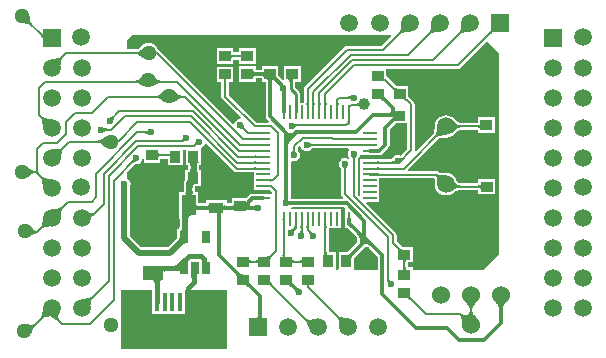
<source format=gtl>
G04*
G04 #@! TF.GenerationSoftware,Altium Limited,Altium Designer,19.0.15 (446)*
G04*
G04 Layer_Physical_Order=1*
G04 Layer_Color=255*
%FSLAX24Y24*%
%MOIN*%
G70*
G01*
G75*
%ADD11C,0.0100*%
%ADD13C,0.0118*%
%ADD15C,0.0394*%
%ADD16R,0.0394X0.0354*%
%ADD17R,0.0098X0.0472*%
%ADD18R,0.0472X0.0098*%
%ADD19R,0.0472X0.0098*%
%ADD20R,0.0098X0.0472*%
%ADD21R,0.0512X0.0354*%
%ADD22R,0.0354X0.0394*%
%ADD23R,0.0472X0.0709*%
%ADD24R,0.0709X0.0472*%
%ADD25R,0.0591X0.0591*%
%ADD26R,0.0157X0.0630*%
%ADD27R,0.0276X0.0394*%
%ADD47C,0.0080*%
%ADD48C,0.0157*%
%ADD49C,0.0197*%
%ADD50C,0.0512*%
%ADD51C,0.0591*%
%ADD52R,0.0591X0.0591*%
%ADD53C,0.0600*%
%ADD54O,0.0591X0.0669*%
%ADD55O,0.0512X0.0787*%
%ADD56C,0.0236*%
G36*
X1245Y11210D02*
X1249Y11143D01*
X1254Y11113D01*
X1259Y11086D01*
X1265Y11062D01*
X1273Y11040D01*
X1282Y11021D01*
X1293Y11005D01*
X1305Y10991D01*
X1248Y10934D01*
X1234Y10946D01*
X1218Y10957D01*
X1199Y10966D01*
X1177Y10974D01*
X1153Y10980D01*
X1126Y10985D01*
X1096Y10990D01*
X1029Y10994D01*
X992Y10994D01*
X1245Y11247D01*
X1245Y11210D01*
D02*
G37*
G36*
X16732Y10710D02*
X16725Y10714D01*
X16718Y10717D01*
X16710D01*
X16700Y10714D01*
X16689Y10710D01*
X16677Y10703D01*
X16664Y10694D01*
X16650Y10683D01*
X16619Y10653D01*
X16562Y10710D01*
X16578Y10726D01*
X16603Y10756D01*
X16612Y10769D01*
X16619Y10781D01*
X16623Y10791D01*
X16625Y10801D01*
Y10809D01*
X16623Y10817D01*
X16619Y10823D01*
X16732Y10710D01*
D02*
G37*
G36*
X1680Y10448D02*
X1679Y10459D01*
X1677Y10470D01*
X1674Y10481D01*
X1670Y10492D01*
X1665Y10503D01*
X1659Y10515D01*
X1651Y10526D01*
X1643Y10538D01*
X1633Y10549D01*
X1622Y10561D01*
Y10674D01*
X1633Y10663D01*
X1643Y10655D01*
X1651Y10650D01*
X1659Y10646D01*
X1665Y10645D01*
X1670Y10646D01*
X1674Y10650D01*
X1677Y10655D01*
X1679Y10663D01*
X1680Y10674D01*
Y10448D01*
D02*
G37*
G36*
X15910Y10709D02*
X15865Y10708D01*
X15785Y10704D01*
X15749Y10699D01*
X15718Y10694D01*
X15689Y10686D01*
X15664Y10678D01*
X15642Y10668D01*
X15624Y10656D01*
X15609Y10644D01*
X15552Y10700D01*
X15565Y10715D01*
X15576Y10734D01*
X15586Y10756D01*
X15595Y10781D01*
X15602Y10809D01*
X15608Y10841D01*
X15612Y10876D01*
X15617Y10956D01*
X15617Y11001D01*
X15910Y10709D01*
D02*
G37*
G36*
X14910D02*
X14865Y10708D01*
X14785Y10704D01*
X14749Y10699D01*
X14718Y10694D01*
X14689Y10686D01*
X14664Y10678D01*
X14642Y10668D01*
X14624Y10656D01*
X14609Y10644D01*
X14552Y10700D01*
X14565Y10715D01*
X14576Y10734D01*
X14586Y10756D01*
X14595Y10781D01*
X14602Y10809D01*
X14608Y10841D01*
X14612Y10876D01*
X14617Y10956D01*
X14617Y11001D01*
X14910Y10709D01*
D02*
G37*
G36*
X13910D02*
X13865Y10708D01*
X13785Y10704D01*
X13749Y10699D01*
X13718Y10694D01*
X13689Y10686D01*
X13664Y10678D01*
X13642Y10668D01*
X13624Y10656D01*
X13609Y10644D01*
X13552Y10700D01*
X13565Y10715D01*
X13576Y10734D01*
X13586Y10756D01*
X13595Y10781D01*
X13602Y10809D01*
X13608Y10841D01*
X13612Y10876D01*
X13617Y10956D01*
X13617Y11001D01*
X13910Y10709D01*
D02*
G37*
G36*
X5024Y9821D02*
X4997Y9847D01*
X4946Y9892D01*
X4922Y9910D01*
X4900Y9925D01*
X4878Y9938D01*
X4857Y9947D01*
X4837Y9954D01*
X4818Y9959D01*
X4800Y9960D01*
Y10040D01*
X4818Y10041D01*
X4837Y10046D01*
X4857Y10053D01*
X4878Y10062D01*
X4900Y10075D01*
X4922Y10090D01*
X4946Y10108D01*
X4997Y10153D01*
X5024Y10179D01*
Y9821D01*
D02*
G37*
G36*
X2333Y9821D02*
X2320Y9806D01*
X2309Y9788D01*
X2299Y9766D01*
X2290Y9741D01*
X2283Y9712D01*
X2277Y9680D01*
X2273Y9645D01*
X2268Y9565D01*
X2268Y9520D01*
X1975Y9813D01*
X2020Y9813D01*
X2101Y9817D01*
X2136Y9822D01*
X2167Y9828D01*
X2196Y9835D01*
X2221Y9844D01*
X2243Y9854D01*
X2261Y9865D01*
X2276Y9878D01*
X2333Y9821D01*
D02*
G37*
G36*
X9056Y9182D02*
X9054Y9193D01*
X9051Y9203D01*
X9045Y9212D01*
X9036Y9220D01*
X9026Y9226D01*
X9013Y9232D01*
X8997Y9236D01*
X8979Y9239D01*
X8959Y9240D01*
X8936Y9241D01*
Y9359D01*
X8959Y9360D01*
X8979Y9361D01*
X8997Y9364D01*
X9013Y9369D01*
X9026Y9374D01*
X9036Y9380D01*
X9045Y9388D01*
X9051Y9397D01*
X9054Y9407D01*
X9056Y9418D01*
Y9182D01*
D02*
G37*
G36*
X8696Y9407D02*
X8699Y9397D01*
X8705Y9388D01*
X8713Y9380D01*
X8724Y9374D01*
X8737Y9369D01*
X8752Y9364D01*
X8770Y9361D01*
X8790Y9360D01*
X8813Y9359D01*
Y9241D01*
X8790Y9240D01*
X8770Y9239D01*
X8752Y9236D01*
X8737Y9232D01*
X8724Y9226D01*
X8713Y9220D01*
X8705Y9212D01*
X8699Y9203D01*
X8696Y9193D01*
X8694Y9182D01*
Y9418D01*
X8696Y9407D01*
D02*
G37*
G36*
X13052Y9156D02*
X13053Y9155D01*
X13056Y9154D01*
X13059Y9154D01*
X13068Y9153D01*
X13096Y9153D01*
Y9073D01*
X13053Y9074D01*
X13052Y9156D01*
X13052Y9156D01*
D02*
G37*
G36*
X9439Y9282D02*
X9436Y9271D01*
Y9258D01*
X9439Y9244D01*
X9446Y9228D01*
X9456Y9211D01*
X9469Y9192D01*
X9486Y9171D01*
X9529Y9124D01*
X9446Y9041D01*
X9421Y9064D01*
X9378Y9101D01*
X9359Y9114D01*
X9347Y9121D01*
X9347Y9120D01*
X9338Y9115D01*
X9330Y9106D01*
X9324Y9095D01*
X9319Y9082D01*
X9314Y9067D01*
X9311Y9049D01*
X9310Y9029D01*
X9309Y9006D01*
X9191D01*
X9190Y9029D01*
X9189Y9049D01*
X9186Y9067D01*
X9182Y9082D01*
X9176Y9095D01*
X9170Y9106D01*
X9162Y9115D01*
X9153Y9120D01*
X9143Y9124D01*
X9132Y9125D01*
X9280D01*
X9446Y9291D01*
X9439Y9282D01*
D02*
G37*
G36*
X7822Y9119D02*
X7816Y9117D01*
X7810Y9113D01*
X7804Y9107D01*
X7800Y9100D01*
X7796Y9091D01*
X7794Y9080D01*
X7792Y9068D01*
X7790Y9054D01*
X7790Y9039D01*
X7710D01*
X7710Y9054D01*
X7708Y9068D01*
X7706Y9080D01*
X7704Y9091D01*
X7700Y9100D01*
X7696Y9107D01*
X7690Y9113D01*
X7684Y9117D01*
X7678Y9119D01*
X7670Y9120D01*
X7830D01*
X7822Y9119D01*
D02*
G37*
G36*
X5423Y9211D02*
X5442Y9186D01*
X5462Y9163D01*
X5481Y9144D01*
X5501Y9127D01*
X5520Y9114D01*
X5540Y9104D01*
X5559Y9096D01*
X5579Y9092D01*
X5598Y9090D01*
X5582Y9010D01*
X5567Y9009D01*
X5549Y9005D01*
X5530Y8999D01*
X5508Y8991D01*
X5484Y8980D01*
X5430Y8951D01*
X5368Y8912D01*
X5333Y8889D01*
X5189Y9030D01*
X5045Y8889D01*
X5010Y8912D01*
X4948Y8951D01*
X4894Y8980D01*
X4870Y8991D01*
X4848Y8999D01*
X4829Y9005D01*
X4811Y9009D01*
X4796Y9010D01*
X4780Y9090D01*
X4799Y9092D01*
X4819Y9096D01*
X4838Y9104D01*
X4858Y9114D01*
X4877Y9127D01*
X4897Y9144D01*
X4916Y9163D01*
X4936Y9186D01*
X4955Y9211D01*
X4975Y9240D01*
X5189Y9030D01*
X5403Y9240D01*
X5423Y9211D01*
D02*
G37*
G36*
X10041Y9124D02*
X10032Y9121D01*
X10024Y9116D01*
X10018Y9109D01*
X10013Y9100D01*
X10008Y9089D01*
X10005Y9076D01*
X10002Y9060D01*
X10000Y9043D01*
X10000Y9024D01*
X9900D01*
X9900Y9043D01*
X9898Y9060D01*
X9895Y9076D01*
X9892Y9089D01*
X9887Y9100D01*
X9882Y9109D01*
X9876Y9116D01*
X9868Y9121D01*
X9859Y9124D01*
X9850Y9125D01*
X10050D01*
X10041Y9124D01*
D02*
G37*
G36*
X9645Y9008D02*
X9671Y8987D01*
X9678Y8982D01*
X9686Y8977D01*
X9693Y8973D01*
X9700Y8970D01*
X9707Y8969D01*
X9713Y8967D01*
X9583Y8865D01*
X9583Y8872D01*
X9583Y8879D01*
X9581Y8887D01*
X9578Y8894D01*
X9575Y8902D01*
X9570Y8910D01*
X9564Y8919D01*
X9557Y8927D01*
X9550Y8936D01*
X9541Y8945D01*
X9636Y9017D01*
X9645Y9008D01*
D02*
G37*
G36*
X13399Y8867D02*
X13429Y8841D01*
X13442Y8832D01*
X13454Y8825D01*
X13465Y8821D01*
X13474Y8818D01*
X13483Y8818D01*
X13490Y8820D01*
X13496Y8825D01*
X13384Y8713D01*
X13389Y8719D01*
X13391Y8726D01*
X13391Y8735D01*
X13388Y8744D01*
X13384Y8755D01*
X13377Y8767D01*
X13367Y8780D01*
X13356Y8794D01*
X13326Y8826D01*
X13383Y8883D01*
X13399Y8867D01*
D02*
G37*
G36*
X9791Y8773D02*
X9788Y8767D01*
X9785Y8761D01*
X9783Y8753D01*
X9781Y8744D01*
X9779Y8735D01*
X9777Y8714D01*
X9776Y8702D01*
X9776Y8689D01*
X9658Y8669D01*
X9658Y8681D01*
X9656Y8704D01*
X9654Y8714D01*
X9651Y8723D01*
X9648Y8731D01*
X9644Y8738D01*
X9640Y8745D01*
X9636Y8750D01*
X9630Y8755D01*
X9794Y8778D01*
X9791Y8773D01*
D02*
G37*
G36*
X11966Y8435D02*
X11957Y8443D01*
X11948Y8450D01*
X11939Y8456D01*
X11930Y8462D01*
X11920Y8467D01*
X11910Y8470D01*
X11900Y8473D01*
X11890Y8476D01*
X11879Y8477D01*
X11868Y8477D01*
Y8557D01*
X11879Y8558D01*
X11890Y8559D01*
X11900Y8561D01*
X11910Y8564D01*
X11920Y8568D01*
X11930Y8573D01*
X11939Y8578D01*
X11948Y8585D01*
X11957Y8592D01*
X11966Y8600D01*
Y8435D01*
D02*
G37*
G36*
X13770Y8581D02*
X13767Y8574D01*
Y8565D01*
X13770Y8555D01*
X13774Y8545D01*
X13781Y8533D01*
X13790Y8520D01*
X13801Y8506D01*
X13831Y8474D01*
X13774Y8417D01*
X13758Y8433D01*
X13728Y8458D01*
X13715Y8467D01*
X13704Y8474D01*
X13693Y8479D01*
X13683Y8481D01*
X13675D01*
X13667Y8479D01*
X13661Y8474D01*
X13774Y8587D01*
X13770Y8581D01*
D02*
G37*
G36*
X13045Y8632D02*
X13042Y8621D01*
X13042Y8609D01*
X13045Y8595D01*
X13052Y8579D01*
X13062Y8561D01*
X13076Y8542D01*
X13093Y8521D01*
X13136Y8474D01*
X13053Y8391D01*
X13028Y8414D01*
X12985Y8451D01*
X12966Y8464D01*
X12948Y8475D01*
X12932Y8481D01*
X12918Y8485D01*
X12906Y8485D01*
X12895Y8482D01*
X12886Y8475D01*
X13052Y8641D01*
X13045Y8632D01*
D02*
G37*
G36*
X6111Y8702D02*
X6157Y8656D01*
X6180Y8638D01*
X6201Y8622D01*
X6223Y8609D01*
X6243Y8599D01*
X6263Y8592D01*
X6282Y8588D01*
X6301Y8586D01*
X6295Y8506D01*
X6278Y8505D01*
X6259Y8501D01*
X6240Y8494D01*
X6218Y8485D01*
X6196Y8473D01*
X6172Y8458D01*
X6120Y8420D01*
X6092Y8398D01*
X6063Y8372D01*
X5892Y8539D01*
X6086Y8730D01*
X6111Y8702D01*
D02*
G37*
G36*
X5892Y8539D02*
X5721Y8372D01*
X5692Y8398D01*
X5664Y8420D01*
X5612Y8458D01*
X5589Y8473D01*
X5566Y8485D01*
X5545Y8494D01*
X5525Y8501D01*
X5506Y8505D01*
X5489Y8506D01*
X5484Y8586D01*
X5502Y8588D01*
X5521Y8592D01*
X5541Y8599D01*
X5562Y8609D01*
X5583Y8622D01*
X5605Y8638D01*
X5627Y8656D01*
X5674Y8702D01*
X5698Y8730D01*
X5892Y8539D01*
D02*
G37*
G36*
X4708Y10619D02*
X13290D01*
X13309Y10573D01*
X12968Y10232D01*
X11810D01*
X11763Y10223D01*
X11723Y10196D01*
X10418Y8891D01*
X10392Y8852D01*
X10383Y8805D01*
Y8338D01*
X10244D01*
Y8639D01*
X10234Y8689D01*
X10205Y8732D01*
X10205Y8732D01*
X10082Y8855D01*
Y9043D01*
X10277D01*
Y9557D01*
X9723D01*
Y9118D01*
X9673Y9097D01*
X9567Y9204D01*
X9547Y9224D01*
X9534Y9240D01*
X9527Y9251D01*
Y9289D01*
X9527Y9291D01*
X9527Y9293D01*
Y9557D01*
X8973D01*
Y9443D01*
X8969Y9442D01*
X8962Y9442D01*
X8787D01*
X8780Y9442D01*
X8776Y9443D01*
Y9557D01*
X8222D01*
Y9043D01*
X8776D01*
Y9157D01*
X8780Y9158D01*
X8787Y9158D01*
X8962D01*
X8969Y9158D01*
X8973Y9157D01*
Y9043D01*
X9107D01*
X9108Y9039D01*
X9108Y9032D01*
Y7893D01*
X9119Y7839D01*
X9150Y7793D01*
X9219Y7724D01*
X9199Y7678D01*
X8794D01*
X7872Y8600D01*
Y9038D01*
X8027D01*
Y9552D01*
X7473D01*
Y9038D01*
X7628D01*
Y8549D01*
X7637Y8502D01*
X7664Y8463D01*
X8272Y7855D01*
X8249Y7806D01*
X8186Y7794D01*
X8120Y7750D01*
X8076Y7684D01*
X8072Y7661D01*
X8018Y7644D01*
X5575Y10086D01*
X5536Y10113D01*
X5522Y10116D01*
X5500Y10169D01*
X5446Y10240D01*
X5376Y10293D01*
X5294Y10327D01*
X5206Y10339D01*
X5119Y10327D01*
X5037Y10293D01*
X4967Y10240D01*
X4961Y10232D01*
X4941Y10212D01*
X4895Y10171D01*
X4875Y10156D01*
X4857Y10144D01*
X4840Y10135D01*
X4826Y10128D01*
X4815Y10124D01*
X4806Y10122D01*
X4474D01*
Y10453D01*
X4674Y10653D01*
X4708Y10619D01*
D02*
G37*
G36*
X11537Y8257D02*
X11441D01*
X11444Y8257D01*
X11447Y8260D01*
X11450Y8264D01*
X11452Y8269D01*
X11454Y8277D01*
X11455Y8285D01*
X11456Y8296D01*
X11458Y8321D01*
X11458Y8337D01*
X11538D01*
X11537Y8257D01*
D02*
G37*
G36*
X10742Y8321D02*
X10745Y8264D01*
X10747Y8260D01*
X10748Y8257D01*
X10749Y8257D01*
X10653D01*
X10655Y8257D01*
X10656Y8260D01*
X10658Y8264D01*
X10659Y8269D01*
X10659Y8277D01*
X10661Y8296D01*
X10661Y8337D01*
X10741D01*
X10742Y8321D01*
D02*
G37*
G36*
X11135Y8321D02*
X11139Y8264D01*
X11140Y8260D01*
X11142Y8257D01*
X11143Y8257D01*
X11047D01*
X11049Y8257D01*
X11050Y8260D01*
X11051Y8264D01*
X11052Y8269D01*
X11053Y8277D01*
X11054Y8296D01*
X11055Y8337D01*
X11135D01*
X11135Y8321D01*
D02*
G37*
G36*
X10939D02*
X10942Y8264D01*
X10944Y8260D01*
X10945Y8257D01*
X10947Y8257D01*
X10851D01*
X10852Y8257D01*
X10853Y8260D01*
X10855Y8264D01*
X10856Y8269D01*
X10857Y8277D01*
X10858Y8296D01*
X10859Y8337D01*
X10939D01*
X10939Y8321D01*
D02*
G37*
G36*
X10545D02*
X10549Y8264D01*
X10550Y8260D01*
X10551Y8257D01*
X10553Y8257D01*
X10457D01*
X10458Y8257D01*
X10460Y8260D01*
X10461Y8264D01*
X10462Y8269D01*
X10463Y8277D01*
X10464Y8296D01*
X10465Y8337D01*
X10545D01*
X10545Y8321D01*
D02*
G37*
G36*
X12229Y8201D02*
X12224Y8209D01*
X12218Y8215D01*
X12211Y8221D01*
X12203Y8226D01*
X12194Y8230D01*
X12184Y8233D01*
X12172Y8236D01*
X12160Y8238D01*
X12147Y8239D01*
X12132Y8239D01*
X12124Y8319D01*
X12139Y8320D01*
X12152Y8321D01*
X12164Y8323D01*
X12175Y8326D01*
X12184Y8330D01*
X12192Y8334D01*
X12199Y8340D01*
X12205Y8346D01*
X12210Y8353D01*
X12213Y8361D01*
X12229Y8201D01*
D02*
G37*
G36*
X4070Y7850D02*
X4063Y7842D01*
X4056Y7834D01*
X4050Y7825D01*
X4045Y7816D01*
X4041Y7806D01*
X4037Y7796D01*
X4035Y7785D01*
X4033Y7774D01*
X4032Y7763D01*
X4031Y7751D01*
X3915Y7868D01*
X3926Y7868D01*
X3938Y7869D01*
X3949Y7871D01*
X3959Y7874D01*
X3969Y7878D01*
X3979Y7882D01*
X3988Y7887D01*
X3997Y7893D01*
X4006Y7899D01*
X4014Y7907D01*
X4070Y7850D01*
D02*
G37*
G36*
X13410Y8105D02*
X13414Y8085D01*
X13420Y8067D01*
X13428Y8052D01*
X13439Y8039D01*
X13452Y8028D01*
X13467Y8020D01*
X13485Y8014D01*
X13505Y8010D01*
X13527Y8009D01*
X13376Y7908D01*
X13488Y7741D01*
X13481Y7749D01*
X13471Y7754D01*
X13459Y7754D01*
X13446Y7752D01*
X13430Y7745D01*
X13412Y7735D01*
X13392Y7721D01*
X13371Y7704D01*
X13321Y7657D01*
X13271Y7774D01*
X13293Y7797D01*
X13327Y7838D01*
X13340Y7857D01*
X13350Y7874D01*
X13357Y7890D01*
X13359Y7897D01*
X13350Y7891D01*
X13173Y8009D01*
X13195Y8010D01*
X13215Y8014D01*
X13233Y8020D01*
X13248Y8028D01*
X13261Y8039D01*
X13272Y8052D01*
X13280Y8067D01*
X13286Y8085D01*
X13290Y8105D01*
X13291Y8127D01*
X13409D01*
X13410Y8105D01*
D02*
G37*
G36*
X11928Y7786D02*
X11925Y7783D01*
X11922Y7779D01*
X11920Y7774D01*
X11918Y7767D01*
X11916Y7758D01*
X11915Y7747D01*
X11914Y7722D01*
X11914Y7707D01*
X11834D01*
X11835Y7787D01*
X11931D01*
X11928Y7786D01*
D02*
G37*
G36*
X13827Y7660D02*
X13828Y7610D01*
Y6806D01*
X13605Y6583D01*
X13587Y6595D01*
X13510Y6610D01*
X13433Y6595D01*
X13367Y6551D01*
X13323Y6486D01*
X13320Y6471D01*
X12888D01*
Y6478D01*
X12809D01*
X12807Y6478D01*
X12805Y6478D01*
X12800D01*
X12799Y6478D01*
X12799Y6478D01*
X12256D01*
Y6219D01*
X12256D01*
Y6022D01*
X12256D01*
Y5887D01*
X12256D01*
Y5690D01*
X12256D01*
Y5296D01*
X12256D01*
Y5266D01*
X12209Y5247D01*
X12172Y5284D01*
Y6477D01*
X12173Y6481D01*
X12174Y6484D01*
X12175Y6488D01*
X12177Y6491D01*
X12179Y6495D01*
X12182Y6499D01*
X12184Y6502D01*
X12193Y6507D01*
X12237Y6573D01*
X12256Y6613D01*
X12280Y6613D01*
X12515D01*
X12517Y6611D01*
X12572Y6600D01*
X12611Y6608D01*
X12900D01*
X12954Y6619D01*
X13000Y6650D01*
X13200Y6850D01*
X13231Y6896D01*
X13242Y6950D01*
Y7461D01*
X13402Y7621D01*
X13424Y7642D01*
X13442Y7656D01*
X13447Y7660D01*
X13485D01*
X13486Y7660D01*
X13488Y7660D01*
X13827D01*
D02*
G37*
G36*
X1684Y7865D02*
X1702Y7854D01*
X1724Y7844D01*
X1749Y7835D01*
X1778Y7828D01*
X1809Y7822D01*
X1844Y7817D01*
X1924Y7813D01*
X1969Y7813D01*
X1677Y7520D01*
X1677Y7565D01*
X1672Y7645D01*
X1668Y7680D01*
X1662Y7712D01*
X1655Y7741D01*
X1646Y7766D01*
X1636Y7788D01*
X1625Y7806D01*
X1612Y7821D01*
X1669Y7878D01*
X1684Y7865D01*
D02*
G37*
G36*
X10045Y7666D02*
X10066Y7656D01*
X10077Y7652D01*
X10087Y7648D01*
X10098Y7645D01*
X10108Y7643D01*
X10119Y7641D01*
X10129Y7640D01*
X10140Y7640D01*
X10161Y7560D01*
X10149Y7560D01*
X10139Y7558D01*
X10128Y7556D01*
X10119Y7552D01*
X10110Y7548D01*
X10101Y7543D01*
X10094Y7536D01*
X10086Y7529D01*
X10080Y7521D01*
X10074Y7512D01*
X10035Y7672D01*
X10045Y7666D01*
D02*
G37*
G36*
X16271Y7481D02*
X16270Y7488D01*
X16268Y7495D01*
X16264Y7501D01*
X16258Y7506D01*
X16251Y7511D01*
X16242Y7514D01*
X16232Y7517D01*
X16220Y7519D01*
X16206Y7520D01*
X16191Y7521D01*
Y7601D01*
X16206Y7601D01*
X16220Y7602D01*
X16232Y7604D01*
X16242Y7607D01*
X16251Y7611D01*
X16258Y7615D01*
X16264Y7620D01*
X16268Y7626D01*
X16270Y7633D01*
X16271Y7641D01*
Y7481D01*
D02*
G37*
G36*
X8380Y7584D02*
X8380Y7572D01*
X8381Y7562D01*
X8383Y7551D01*
X8386Y7541D01*
X8390Y7532D01*
X8395Y7522D01*
X8400Y7513D01*
X8407Y7505D01*
X8415Y7497D01*
X8352Y7446D01*
X8344Y7453D01*
X8336Y7460D01*
X8327Y7466D01*
X8318Y7471D01*
X8308Y7476D01*
X8298Y7480D01*
X8287Y7483D01*
X8276Y7486D01*
X8265Y7488D01*
X8253Y7490D01*
X8380Y7595D01*
X8380Y7584D01*
D02*
G37*
G36*
X3719Y7525D02*
X3728Y7517D01*
X3737Y7511D01*
X3746Y7505D01*
X3756Y7501D01*
X3766Y7497D01*
X3776Y7494D01*
X3786Y7492D01*
X3797Y7490D01*
X3808Y7490D01*
Y7410D01*
X3797Y7410D01*
X3786Y7408D01*
X3776Y7406D01*
X3766Y7403D01*
X3756Y7399D01*
X3746Y7395D01*
X3737Y7389D01*
X3728Y7383D01*
X3719Y7375D01*
X3711Y7367D01*
Y7533D01*
X3719Y7525D01*
D02*
G37*
G36*
X15353Y7734D02*
X15444Y7660D01*
X15471Y7642D01*
X15496Y7627D01*
X15520Y7615D01*
X15543Y7607D01*
X15564Y7602D01*
X15583Y7601D01*
X15585Y7521D01*
X15565Y7519D01*
X15544Y7514D01*
X15521Y7505D01*
X15498Y7494D01*
X15473Y7478D01*
X15447Y7460D01*
X15419Y7438D01*
X15361Y7384D01*
X15330Y7352D01*
X15320Y7765D01*
X15353Y7734D01*
D02*
G37*
G36*
X16874Y9999D02*
Y3318D01*
X16341Y2785D01*
X14006D01*
Y2857D01*
X13851D01*
Y3029D01*
X14006D01*
Y3543D01*
X13669D01*
X13664Y3546D01*
X13646Y3562D01*
X13472Y3735D01*
Y3934D01*
X13463Y3980D01*
X13436Y4020D01*
X12465Y4992D01*
X12484Y5038D01*
X12888D01*
Y5235D01*
X12888D01*
Y5629D01*
X12888D01*
Y5826D01*
X12888D01*
Y5830D01*
X14731D01*
X14734Y5822D01*
X14738Y5804D01*
X14742Y5784D01*
X14744Y5762D01*
X14744Y5736D01*
X14743Y5707D01*
X14740Y5675D01*
X14740Y5671D01*
X14740Y5667D01*
X14740Y5664D01*
X14736Y5632D01*
X14749Y5534D01*
X14787Y5443D01*
X14847Y5365D01*
X14925Y5305D01*
X15016Y5267D01*
X15114Y5254D01*
X15212Y5267D01*
X15304Y5305D01*
X15312Y5311D01*
X15344Y5329D01*
X15458Y5388D01*
X15514Y5413D01*
X15534Y5421D01*
X15550Y5426D01*
X15558Y5428D01*
X16192D01*
Y5293D01*
X16746D01*
Y5807D01*
X16192D01*
Y5672D01*
X15578D01*
X15575Y5672D01*
X15566Y5675D01*
X15555Y5679D01*
X15543Y5687D01*
X15529Y5697D01*
X15514Y5712D01*
X15498Y5730D01*
X15481Y5753D01*
X15464Y5780D01*
X15448Y5809D01*
X15442Y5822D01*
X15382Y5900D01*
X15304Y5960D01*
X15212Y5998D01*
X15114Y6011D01*
X15082Y6007D01*
X15080Y6007D01*
X15076Y6006D01*
X15072Y6007D01*
X15039Y6004D01*
X15011Y6003D01*
X14985Y6003D01*
X14962Y6005D01*
X14942Y6008D01*
X14925Y6013D01*
X14911Y6018D01*
X14899Y6024D01*
X14889Y6031D01*
X14888Y6032D01*
X14881Y6039D01*
X14877Y6041D01*
X14877Y6042D01*
X14875Y6042D01*
X14842Y6065D01*
X14795Y6074D01*
X13866D01*
X13847Y6121D01*
X14869Y7142D01*
X14870Y7143D01*
X14879Y7149D01*
X14892Y7155D01*
X14910Y7161D01*
X14933Y7166D01*
X14959Y7171D01*
X14989Y7174D01*
X15063Y7177D01*
X15100Y7177D01*
X15114Y7175D01*
X15212Y7188D01*
X15304Y7226D01*
X15382Y7286D01*
X15391Y7298D01*
X15418Y7326D01*
X15473Y7376D01*
X15496Y7395D01*
X15518Y7410D01*
X15537Y7422D01*
X15554Y7431D01*
X15568Y7436D01*
X15578Y7438D01*
X15579Y7438D01*
X16190D01*
Y7343D01*
X16743D01*
Y7857D01*
X16190D01*
Y7683D01*
X15577D01*
X15576Y7683D01*
X15566Y7685D01*
X15552Y7691D01*
X15534Y7699D01*
X15514Y7711D01*
X15492Y7725D01*
X15407Y7795D01*
X15388Y7813D01*
X15382Y7821D01*
X15304Y7881D01*
X15212Y7919D01*
X15114Y7932D01*
X15016Y7919D01*
X14925Y7881D01*
X14847Y7821D01*
X14787Y7743D01*
X14749Y7652D01*
X14736Y7554D01*
X14737Y7543D01*
X14737Y7514D01*
X14731Y7438D01*
X14727Y7408D01*
X14722Y7381D01*
X14716Y7358D01*
X14710Y7340D01*
X14703Y7326D01*
X14698Y7317D01*
X14697Y7316D01*
X14120Y6739D01*
X14089Y6749D01*
X14072Y6762D01*
Y8298D01*
X14063Y8345D01*
X14036Y8385D01*
X13875Y8546D01*
X13863Y8559D01*
X13855Y8569D01*
X13855Y8569D01*
Y8585D01*
X13856Y8587D01*
X13855Y8589D01*
Y8907D01*
X13478D01*
X13458Y8923D01*
X13183Y9199D01*
X13143Y9226D01*
X13134Y9228D01*
Y9478D01*
X15509D01*
X15555Y9487D01*
X15595Y9514D01*
X16477Y10396D01*
X16874Y9999D01*
D02*
G37*
G36*
X8793Y7285D02*
X8793Y7286D01*
X8790Y7288D01*
X8786Y7289D01*
X8781Y7290D01*
X8773Y7291D01*
X8754Y7292D01*
X8713Y7293D01*
Y7373D01*
X8729Y7373D01*
X8786Y7377D01*
X8790Y7378D01*
X8793Y7379D01*
X8793Y7381D01*
Y7285D01*
D02*
G37*
G36*
X5197Y7272D02*
X5189Y7280D01*
X5180Y7287D01*
X5171Y7294D01*
X5161Y7299D01*
X5152Y7304D01*
X5142Y7308D01*
X5132Y7311D01*
X5121Y7313D01*
X5110Y7314D01*
X5099Y7315D01*
Y7395D01*
X5110Y7395D01*
X5121Y7396D01*
X5132Y7398D01*
X5142Y7401D01*
X5152Y7405D01*
X5161Y7410D01*
X5171Y7415D01*
X5180Y7422D01*
X5189Y7429D01*
X5197Y7437D01*
Y7272D01*
D02*
G37*
G36*
X15107Y7258D02*
X15062Y7259D01*
X14982Y7255D01*
X14947Y7251D01*
X14916Y7246D01*
X14887Y7239D01*
X14862Y7231D01*
X14841Y7221D01*
X14822Y7209D01*
X14807Y7196D01*
X14751Y7254D01*
X14764Y7269D01*
X14775Y7287D01*
X14785Y7309D01*
X14794Y7334D01*
X14801Y7363D01*
X14808Y7394D01*
X14812Y7430D01*
X14818Y7510D01*
X14819Y7556D01*
X15107Y7258D01*
D02*
G37*
G36*
X9793Y7350D02*
X9835Y7392D01*
X9851Y7376D01*
X9868Y7362D01*
X9886Y7350D01*
X9903Y7339D01*
X9921Y7330D01*
X9939Y7322D01*
X9953Y7318D01*
X9968Y7322D01*
X9986Y7330D01*
X10004Y7339D01*
X10021Y7350D01*
X10039Y7362D01*
X10056Y7377D01*
X10073Y7393D01*
X10139Y7292D01*
X10055Y7208D01*
X10014Y7250D01*
Y7191D01*
X9994Y7190D01*
X9976Y7188D01*
X9957Y7183D01*
X9939Y7178D01*
X9921Y7170D01*
X9903Y7161D01*
X9890Y7153D01*
X9882Y7140D01*
X9873Y7122D01*
X9865Y7104D01*
X9859Y7086D01*
X9855Y7067D01*
X9854Y7054D01*
X9935Y7088D01*
X9920Y7071D01*
X9905Y7054D01*
X9893Y7035D01*
X9882Y7016D01*
X9873Y6996D01*
X9865Y6976D01*
X9859Y6955D01*
X9855Y6933D01*
X9853Y6910D01*
X9852Y6887D01*
X9734Y7029D01*
X9793D01*
X9835Y7047D01*
X9734Y7150D01*
X9793D01*
X9751Y7192D01*
X9762Y7203D01*
X9770Y7215D01*
X9776Y7227D01*
X9779Y7238D01*
X9780Y7250D01*
X9779Y7262D01*
X9776Y7273D01*
X9770Y7285D01*
X9767Y7288D01*
X9734Y7207D01*
X9733Y7231D01*
X9731Y7253D01*
X9726Y7275D01*
X9721Y7296D01*
X9713Y7317D01*
X9704Y7337D01*
X9693Y7356D01*
X9680Y7374D01*
X9666Y7392D01*
X9650Y7409D01*
X9793Y7350D01*
D02*
G37*
G36*
X8793Y7088D02*
X8793Y7089D01*
X8790Y7091D01*
X8786Y7092D01*
X8781Y7093D01*
X8773Y7094D01*
X8754Y7095D01*
X8713Y7096D01*
Y7176D01*
X8729Y7176D01*
X8786Y7180D01*
X8790Y7181D01*
X8793Y7182D01*
X8793Y7184D01*
Y7088D01*
D02*
G37*
G36*
X12337Y7088D02*
X12336Y7089D01*
X12333Y7091D01*
X12329Y7092D01*
X12324Y7093D01*
X12317Y7094D01*
X12297Y7095D01*
X12257Y7096D01*
Y7176D01*
X12272Y7176D01*
X12329Y7180D01*
X12333Y7181D01*
X12336Y7182D01*
X12337Y7184D01*
Y7088D01*
D02*
G37*
G36*
X6421Y7068D02*
X6417Y7069D01*
X6411Y7068D01*
X6406Y7067D01*
X6400Y7065D01*
X6394Y7062D01*
X6387Y7058D01*
X6380Y7054D01*
X6373Y7048D01*
X6358Y7034D01*
X6301Y7090D01*
X6309Y7098D01*
X6321Y7113D01*
X6326Y7120D01*
X6330Y7126D01*
X6333Y7132D01*
X6335Y7138D01*
X6336Y7144D01*
X6336Y7149D01*
X6335Y7154D01*
X6421Y7068D01*
D02*
G37*
G36*
X6870Y6936D02*
X6859Y6938D01*
X6849Y6939D01*
X6839Y6939D01*
X6829Y6938D01*
X6819Y6936D01*
X6810Y6933D01*
X6800Y6929D01*
X6792Y6923D01*
X6783Y6917D01*
X6775Y6909D01*
X6733Y6981D01*
X6741Y6989D01*
X6747Y6997D01*
X6754Y7005D01*
X6760Y7014D01*
X6765Y7024D01*
X6770Y7034D01*
X6774Y7044D01*
X6782Y7066D01*
X6785Y7078D01*
X6870Y6936D01*
D02*
G37*
G36*
X8793Y6891D02*
X8793Y6892D01*
X8790Y6894D01*
X8786Y6895D01*
X8781Y6896D01*
X8773Y6897D01*
X8754Y6898D01*
X8713Y6899D01*
Y6979D01*
X8729Y6979D01*
X8786Y6983D01*
X8790Y6984D01*
X8793Y6985D01*
X8793Y6987D01*
Y6891D01*
D02*
G37*
G36*
X12337Y6891D02*
X12336Y6893D01*
X12333Y6896D01*
X12329Y6898D01*
X12324Y6899D01*
X12317Y6901D01*
X12308Y6902D01*
X12285Y6904D01*
X12257Y6904D01*
Y6984D01*
X12337Y6987D01*
Y6891D01*
D02*
G37*
G36*
X3756Y6871D02*
X3729Y6897D01*
X3679Y6942D01*
X3655Y6960D01*
X3632Y6975D01*
X3610Y6988D01*
X3589Y6997D01*
X3570Y7004D01*
X3551Y7009D01*
X3533Y7010D01*
Y7090D01*
X3551Y7091D01*
X3570Y7096D01*
X3589Y7103D01*
X3610Y7112D01*
X3632Y7125D01*
X3655Y7140D01*
X3679Y7158D01*
X3729Y7203D01*
X3756Y7229D01*
Y6871D01*
D02*
G37*
G36*
X10561Y7015D02*
X10571Y7008D01*
X10581Y7003D01*
X10591Y6998D01*
X10601Y6994D01*
X10612Y6990D01*
X10622Y6988D01*
X10633Y6986D01*
X10643Y6985D01*
X10654Y6984D01*
X10665Y6904D01*
X10654Y6904D01*
X10643Y6903D01*
X10633Y6900D01*
X10623Y6897D01*
X10614Y6893D01*
X10605Y6888D01*
X10596Y6882D01*
X10588Y6875D01*
X10581Y6867D01*
X10573Y6858D01*
X10552Y7022D01*
X10561Y7015D01*
D02*
G37*
G36*
X2354Y6789D02*
X2342Y6776D01*
X2331Y6758D01*
X2321Y6737D01*
X2311Y6712D01*
X2302Y6683D01*
X2286Y6614D01*
X2279Y6574D01*
X2266Y6483D01*
X2013Y6810D01*
X2055Y6805D01*
X2131Y6801D01*
X2164Y6802D01*
X2195Y6806D01*
X2223Y6811D01*
X2247Y6819D01*
X2269Y6828D01*
X2288Y6840D01*
X2305Y6853D01*
X2354Y6789D01*
D02*
G37*
G36*
X8793Y6694D02*
X8793Y6696D01*
X8790Y6697D01*
X8786Y6698D01*
X8781Y6699D01*
X8773Y6700D01*
X8754Y6701D01*
X8713Y6702D01*
Y6782D01*
X8729Y6782D01*
X8786Y6786D01*
X8790Y6787D01*
X8793Y6789D01*
X8793Y6790D01*
Y6694D01*
D02*
G37*
G36*
X10090Y6771D02*
X10092Y6760D01*
X10094Y6750D01*
X10097Y6740D01*
X10101Y6730D01*
X10105Y6720D01*
X10111Y6711D01*
X10117Y6702D01*
X10125Y6693D01*
X10133Y6684D01*
X9967D01*
X9975Y6693D01*
X9983Y6702D01*
X9989Y6711D01*
X9995Y6720D01*
X9999Y6730D01*
X10003Y6740D01*
X10006Y6750D01*
X10008Y6760D01*
X10010Y6771D01*
X10010Y6782D01*
X10090D01*
X10090Y6771D01*
D02*
G37*
G36*
X5925Y6525D02*
X5924Y6533D01*
X5922Y6539D01*
X5918Y6545D01*
X5912Y6551D01*
X5905Y6555D01*
X5896Y6559D01*
X5885Y6561D01*
X5873Y6563D01*
X5859Y6565D01*
X5844Y6565D01*
Y6645D01*
X5859Y6645D01*
X5873Y6647D01*
X5885Y6649D01*
X5896Y6651D01*
X5905Y6655D01*
X5912Y6659D01*
X5918Y6665D01*
X5922Y6671D01*
X5924Y6677D01*
X5925Y6685D01*
Y6525D01*
D02*
G37*
G36*
X5519Y6677D02*
X5521Y6671D01*
X5525Y6665D01*
X5531Y6659D01*
X5538Y6655D01*
X5547Y6651D01*
X5557Y6649D01*
X5569Y6647D01*
X5583Y6645D01*
X5598Y6645D01*
Y6565D01*
X5583Y6565D01*
X5569Y6563D01*
X5557Y6561D01*
X5547Y6559D01*
X5538Y6555D01*
X5531Y6551D01*
X5525Y6545D01*
X5521Y6539D01*
X5519Y6533D01*
X5518Y6525D01*
Y6685D01*
X5519Y6677D01*
D02*
G37*
G36*
X8793Y6497D02*
X8793Y6499D01*
X8790Y6500D01*
X8786Y6501D01*
X8781Y6502D01*
X8773Y6503D01*
X8754Y6504D01*
X8713Y6505D01*
Y6585D01*
X8729Y6585D01*
X8786Y6589D01*
X8790Y6590D01*
X8793Y6592D01*
X8793Y6593D01*
Y6497D01*
D02*
G37*
G36*
X13672Y6420D02*
X13663Y6411D01*
X13624Y6367D01*
X13620Y6361D01*
X13613Y6350D01*
X13577Y6506D01*
X13585Y6501D01*
X13593Y6497D01*
X13601Y6496D01*
X13609Y6495D01*
X13618Y6496D01*
X13626Y6498D01*
X13634Y6502D01*
X13643Y6507D01*
X13651Y6514D01*
X13660Y6521D01*
X13672Y6420D01*
D02*
G37*
G36*
X10286Y6886D02*
X10292Y6852D01*
X10336Y6786D01*
X10402Y6742D01*
X10479Y6727D01*
X10556Y6742D01*
X10622Y6786D01*
X10634Y6804D01*
X10636Y6806D01*
X10641Y6813D01*
X10644Y6815D01*
X10647Y6817D01*
X10649Y6819D01*
X10651Y6820D01*
X10653Y6821D01*
X10655Y6822D01*
X10657Y6822D01*
X11868D01*
X11893Y6772D01*
X11863Y6727D01*
X11848Y6650D01*
X11863Y6573D01*
X11901Y6516D01*
X11899Y6500D01*
X11851Y6476D01*
X11845Y6477D01*
X11823Y6491D01*
X11746Y6507D01*
X11668Y6491D01*
X11603Y6448D01*
X11559Y6382D01*
X11544Y6305D01*
X11559Y6227D01*
X11603Y6162D01*
X11611Y6156D01*
X11614Y6154D01*
X11616Y6150D01*
X11619Y6146D01*
X11620Y6142D01*
X11622Y6139D01*
X11623Y6135D01*
X11623Y6132D01*
Y5312D01*
X11633Y5265D01*
X11659Y5225D01*
X11697Y5188D01*
X11677Y5142D01*
X9951D01*
X9948Y5142D01*
X9943Y5143D01*
X9942Y5143D01*
X9936Y5147D01*
X9936Y5148D01*
X9935Y5152D01*
X9935Y5158D01*
Y6383D01*
X9985Y6411D01*
X10050Y6398D01*
X10127Y6413D01*
X10193Y6457D01*
X10237Y6523D01*
X10252Y6600D01*
X10237Y6677D01*
X10193Y6743D01*
X10184Y6748D01*
X10182Y6751D01*
X10179Y6755D01*
X10177Y6759D01*
X10175Y6762D01*
X10174Y6766D01*
X10173Y6769D01*
X10172Y6773D01*
Y6843D01*
X10231Y6902D01*
X10286Y6886D01*
D02*
G37*
G36*
X12125Y6557D02*
X12117Y6548D01*
X12111Y6539D01*
X12105Y6530D01*
X12101Y6520D01*
X12097Y6510D01*
X12094Y6500D01*
X12092Y6490D01*
X12090Y6479D01*
X12090Y6468D01*
X12010D01*
X12010Y6479D01*
X12008Y6490D01*
X12006Y6500D01*
X12003Y6510D01*
X11999Y6520D01*
X11995Y6530D01*
X11989Y6539D01*
X11983Y6548D01*
X11975Y6557D01*
X11967Y6566D01*
X12133D01*
X12125Y6557D01*
D02*
G37*
G36*
X4799Y6382D02*
X4787Y6382D01*
X4776Y6381D01*
X4765Y6379D01*
X4754Y6376D01*
X4744Y6372D01*
X4734Y6368D01*
X4725Y6363D01*
X4716Y6357D01*
X4708Y6351D01*
X4700Y6343D01*
X4643Y6400D01*
X4651Y6408D01*
X4657Y6416D01*
X4663Y6425D01*
X4668Y6434D01*
X4672Y6444D01*
X4676Y6454D01*
X4679Y6465D01*
X4681Y6476D01*
X4682Y6487D01*
X4682Y6499D01*
X4799Y6382D01*
D02*
G37*
G36*
X8793Y6301D02*
X8793Y6302D01*
X8790Y6303D01*
X8786Y6305D01*
X8781Y6306D01*
X8773Y6307D01*
X8754Y6308D01*
X8713Y6309D01*
Y6389D01*
X8729Y6389D01*
X8786Y6392D01*
X8790Y6394D01*
X8793Y6395D01*
X8793Y6397D01*
Y6301D01*
D02*
G37*
G36*
X12807Y6395D02*
X12810Y6394D01*
X12814Y6392D01*
X12819Y6391D01*
X12827Y6390D01*
X12846Y6389D01*
X12887Y6388D01*
Y6308D01*
X12871Y6308D01*
X12814Y6304D01*
X12810Y6303D01*
X12807Y6302D01*
X12807Y6300D01*
Y6396D01*
X12807Y6395D01*
D02*
G37*
G36*
X13474Y6296D02*
X13466Y6298D01*
X13449Y6302D01*
X13439Y6304D01*
X13410Y6307D01*
X13399Y6308D01*
X13376Y6308D01*
X13323Y6388D01*
X13334Y6389D01*
X13345Y6390D01*
X13355Y6393D01*
X13363Y6396D01*
X13371Y6401D01*
X13378Y6406D01*
X13384Y6412D01*
X13389Y6419D01*
X13392Y6428D01*
X13395Y6437D01*
X13474Y6296D01*
D02*
G37*
G36*
X6443Y6356D02*
X6443Y6354D01*
X6443Y6353D01*
Y6273D01*
X6510D01*
X6514Y6261D01*
X6518Y6245D01*
X6522Y6201D01*
Y6179D01*
X6521Y6163D01*
X6517Y6141D01*
X6513Y6124D01*
X6508Y6113D01*
X6506Y6109D01*
X6500Y6108D01*
X6424D01*
Y5778D01*
X6397Y5738D01*
X6384Y5668D01*
Y5447D01*
X6382Y5431D01*
X6378Y5409D01*
X6374Y5392D01*
X6369Y5380D01*
X6367Y5377D01*
X6225D01*
Y4591D01*
X6225Y4589D01*
X6225Y4587D01*
Y4583D01*
X6225Y4582D01*
X6225Y4582D01*
Y4508D01*
X6232D01*
X6235Y4456D01*
Y4214D01*
X6234Y4202D01*
X6231Y4178D01*
X6227Y4160D01*
X6224Y4149D01*
X6160D01*
Y4070D01*
X6159Y4068D01*
X6160Y4066D01*
Y3873D01*
X6155Y3865D01*
X6137Y3839D01*
X6088Y3781D01*
X5839Y3532D01*
X4956D01*
X4582Y3906D01*
Y5555D01*
X4587Y5562D01*
X4602Y5639D01*
X4587Y5717D01*
X4543Y5782D01*
X4477Y5826D01*
X4474Y5827D01*
Y6001D01*
X4764Y6291D01*
X4767Y6293D01*
X4770Y6295D01*
X4774Y6297D01*
X4778Y6298D01*
X4782Y6299D01*
X4787Y6300D01*
X4790Y6300D01*
X4800Y6298D01*
X4877Y6313D01*
X4943Y6357D01*
X4987Y6423D01*
X4996Y6469D01*
X5046Y6464D01*
Y6348D01*
X5599D01*
Y6483D01*
X5843D01*
Y6273D01*
X6357D01*
Y6780D01*
X6443D01*
Y6356D01*
D02*
G37*
G36*
X11820Y6212D02*
X11813Y6203D01*
X11807Y6194D01*
X11801Y6185D01*
X11796Y6175D01*
X11793Y6165D01*
X11790Y6155D01*
X11787Y6145D01*
X11786Y6134D01*
X11786Y6123D01*
X11706D01*
X11705Y6134D01*
X11704Y6145D01*
X11702Y6155D01*
X11699Y6165D01*
X11695Y6175D01*
X11690Y6185D01*
X11685Y6194D01*
X11678Y6203D01*
X11671Y6212D01*
X11663Y6220D01*
X11828D01*
X11820Y6212D01*
D02*
G37*
G36*
X12807Y6198D02*
X12810Y6197D01*
X12814Y6195D01*
X12819Y6194D01*
X12827Y6193D01*
X12846Y6192D01*
X12887Y6191D01*
Y6111D01*
X12871Y6111D01*
X12814Y6108D01*
X12810Y6106D01*
X12807Y6105D01*
X12807Y6103D01*
Y6199D01*
X12807Y6198D01*
D02*
G37*
G36*
X8793Y6103D02*
X8793Y6105D01*
X8790Y6106D01*
X8786Y6108D01*
X8781Y6109D01*
X8773Y6109D01*
X8754Y6111D01*
X8713Y6111D01*
Y6191D01*
X8729Y6192D01*
X8786Y6195D01*
X8790Y6197D01*
X8793Y6198D01*
X8793Y6199D01*
Y6103D01*
D02*
G37*
G36*
X6862Y6352D02*
X6850Y6346D01*
X6839Y6337D01*
X6829Y6323D01*
X6821Y6305D01*
X6814Y6283D01*
X6809Y6258D01*
X6806Y6228D01*
X6803Y6195D01*
X6803Y6186D01*
X6808Y6123D01*
X6811Y6098D01*
X6816Y6076D01*
X6822Y6058D01*
X6829Y6045D01*
X6837Y6035D01*
X6847Y6029D01*
X6857Y6027D01*
X6507D01*
X6526Y6029D01*
X6543Y6035D01*
X6558Y6045D01*
X6570Y6058D01*
X6581Y6076D01*
X6590Y6098D01*
X6597Y6123D01*
X6602Y6153D01*
X6605Y6186D01*
X6605Y6194D01*
X6605Y6195D01*
X6598Y6258D01*
X6593Y6283D01*
X6585Y6305D01*
X6576Y6323D01*
X6566Y6337D01*
X6553Y6346D01*
X6540Y6352D01*
X6524Y6354D01*
X6876D01*
X6862Y6352D01*
D02*
G37*
G36*
X1541Y6071D02*
X1542Y6055D01*
X1545Y6040D01*
X1549Y6026D01*
X1554Y6012D01*
X1560Y5999D01*
X1568Y5986D01*
X1576Y5973D01*
X1586Y5961D01*
X1597Y5950D01*
X1472Y5961D01*
X1500Y5990D01*
X1540Y6086D01*
X1541Y6071D01*
D02*
G37*
G36*
X12807Y6001D02*
X12810Y5999D01*
X12814Y5997D01*
X12819Y5996D01*
X12827Y5995D01*
X12835Y5994D01*
X12858Y5992D01*
X12887Y5992D01*
Y5912D01*
X12871Y5912D01*
X12807Y5908D01*
X12807Y5907D01*
Y6003D01*
X12807Y6001D01*
D02*
G37*
G36*
X1197Y6190D02*
X1248Y6146D01*
X1272Y6128D01*
X1295Y6113D01*
X1317Y6101D01*
X1338Y6091D01*
X1358Y6084D01*
X1377Y6080D01*
X1395Y6078D01*
X1396Y5998D01*
X1378Y5997D01*
X1359Y5993D01*
X1339Y5986D01*
X1318Y5976D01*
X1296Y5963D01*
X1274Y5948D01*
X1250Y5930D01*
X1200Y5885D01*
X1174Y5858D01*
X1169Y6217D01*
X1197Y6190D01*
D02*
G37*
G36*
X9343Y5727D02*
X9328Y5727D01*
X9292Y5724D01*
X9283Y5723D01*
X9276Y5721D01*
X9271Y5719D01*
X9267Y5716D01*
X9264Y5713D01*
X9263Y5710D01*
Y5806D01*
X9264Y5806D01*
X9267Y5806D01*
X9283Y5807D01*
X9343Y5807D01*
Y5727D01*
D02*
G37*
G36*
X14839Y5966D02*
X14858Y5954D01*
X14878Y5943D01*
X14901Y5935D01*
X14925Y5929D01*
X14952Y5924D01*
X14981Y5922D01*
X15012Y5921D01*
X15045Y5922D01*
X15080Y5926D01*
X14821Y5667D01*
X14824Y5702D01*
X14826Y5735D01*
X14825Y5766D01*
X14823Y5795D01*
X14818Y5822D01*
X14812Y5846D01*
X14803Y5869D01*
X14793Y5889D01*
X14781Y5908D01*
X14766Y5924D01*
X14823Y5980D01*
X14839Y5966D01*
D02*
G37*
G36*
X1684Y5865D02*
X1702Y5854D01*
X1724Y5844D01*
X1749Y5835D01*
X1778Y5828D01*
X1809Y5822D01*
X1844Y5817D01*
X1924Y5813D01*
X1969Y5813D01*
X1677Y5520D01*
X1677Y5565D01*
X1672Y5645D01*
X1668Y5680D01*
X1662Y5712D01*
X1655Y5741D01*
X1646Y5766D01*
X1636Y5788D01*
X1625Y5806D01*
X1612Y5821D01*
X1669Y5878D01*
X1684Y5865D01*
D02*
G37*
G36*
X16275Y5470D02*
X16274Y5478D01*
X16272Y5484D01*
X16267Y5490D01*
X16262Y5496D01*
X16254Y5500D01*
X16246Y5504D01*
X16235Y5506D01*
X16223Y5508D01*
X16209Y5510D01*
X16194Y5510D01*
Y5590D01*
X16209Y5590D01*
X16223Y5592D01*
X16235Y5594D01*
X16246Y5596D01*
X16254Y5600D01*
X16262Y5604D01*
X16267Y5610D01*
X16272Y5616D01*
X16274Y5622D01*
X16275Y5630D01*
Y5470D01*
D02*
G37*
G36*
X15394Y5737D02*
X15414Y5706D01*
X15434Y5679D01*
X15455Y5656D01*
X15476Y5636D01*
X15497Y5619D01*
X15518Y5606D01*
X15540Y5597D01*
X15562Y5592D01*
X15584Y5590D01*
X15560Y5510D01*
X15546Y5509D01*
X15529Y5505D01*
X15507Y5498D01*
X15483Y5488D01*
X15423Y5461D01*
X15305Y5401D01*
X15259Y5375D01*
X15375Y5772D01*
X15394Y5737D01*
D02*
G37*
G36*
X8049Y6065D02*
X8088Y6038D01*
X8135Y6029D01*
X8712D01*
Y5629D01*
X8712D01*
Y5432D01*
X9245D01*
X9328Y5349D01*
Y5296D01*
X9032D01*
X9019Y5299D01*
X8657D01*
X8603Y5288D01*
X8557Y5257D01*
X8457Y5157D01*
X7973D01*
Y4993D01*
X7969Y4992D01*
X7962Y4992D01*
X7815D01*
X7808Y4992D01*
X7803Y4993D01*
Y5107D01*
X7132D01*
Y4993D01*
X7128Y4992D01*
X7120Y4992D01*
X6869D01*
X6862Y4992D01*
X6857Y4993D01*
Y5377D01*
X6764D01*
X6761Y5380D01*
X6757Y5392D01*
X6752Y5409D01*
X6749Y5431D01*
X6747Y5447D01*
Y5483D01*
X6749Y5500D01*
X6752Y5522D01*
X6757Y5539D01*
X6761Y5550D01*
X6764Y5554D01*
X6938D01*
Y6025D01*
X6938Y6027D01*
X6938Y6029D01*
Y6108D01*
X6893D01*
X6892Y6113D01*
X6889Y6132D01*
X6886Y6169D01*
Y6210D01*
X6887Y6221D01*
X6890Y6245D01*
X6894Y6264D01*
X6896Y6273D01*
X6957D01*
Y6353D01*
X6957Y6354D01*
X6957Y6356D01*
Y6827D01*
X6982Y6867D01*
X7043Y6907D01*
X7080Y6963D01*
X7135Y6979D01*
X8049Y6065D01*
D02*
G37*
G36*
X6744Y5635D02*
X6727Y5629D01*
X6712Y5619D01*
X6699Y5605D01*
X6688Y5587D01*
X6680Y5565D01*
X6673Y5539D01*
X6668Y5510D01*
X6665Y5476D01*
X6665Y5465D01*
X6665Y5455D01*
X6668Y5421D01*
X6673Y5391D01*
X6680Y5366D01*
X6688Y5344D01*
X6699Y5326D01*
X6712Y5312D01*
X6727Y5302D01*
X6744Y5296D01*
X6762Y5294D01*
X6369D01*
X6387Y5296D01*
X6404Y5302D01*
X6419Y5312D01*
X6432Y5326D01*
X6442Y5344D01*
X6451Y5366D01*
X6458Y5391D01*
X6463Y5421D01*
X6466Y5455D01*
X6467Y5492D01*
X6477D01*
X6505Y5636D01*
X6762Y5637D01*
X6744Y5635D01*
D02*
G37*
G36*
X9852Y5164D02*
X9854Y5141D01*
X9856Y5131D01*
X9858Y5122D01*
X9861Y5114D01*
X9864Y5106D01*
X9868Y5100D01*
X9873Y5094D01*
X9877Y5089D01*
X9712Y5079D01*
X9716Y5084D01*
X9720Y5090D01*
X9723Y5097D01*
X9726Y5105D01*
X9729Y5113D01*
X9730Y5123D01*
X9732Y5133D01*
X9734Y5156D01*
X9734Y5169D01*
X9852Y5177D01*
X9852Y5164D01*
D02*
G37*
G36*
X9889Y5078D02*
X9895Y5074D01*
X9902Y5071D01*
X9910Y5068D01*
X9918Y5065D01*
X9927Y5063D01*
X9938Y5061D01*
X9949Y5060D01*
X9973Y5059D01*
Y4941D01*
X9960Y4941D01*
X9938Y4939D01*
X9927Y4937D01*
X9918Y4935D01*
X9910Y4932D01*
X9902Y4929D01*
X9895Y4926D01*
X9889Y4922D01*
X9884Y4917D01*
Y5083D01*
X9889Y5078D01*
D02*
G37*
G36*
X6776Y4957D02*
X6780Y4947D01*
X6786Y4938D01*
X6794Y4930D01*
X6805Y4924D01*
X6818Y4918D01*
X6834Y4914D01*
X6851Y4911D01*
X6871Y4910D01*
X6909Y4909D01*
Y4791D01*
X6846Y4788D01*
X6834Y4786D01*
X6818Y4782D01*
X6805Y4776D01*
X6794Y4770D01*
X6786Y4762D01*
X6780Y4753D01*
X6776Y4743D01*
X6775Y4732D01*
Y4784D01*
X6703Y4780D01*
Y4920D01*
X6707Y4918D01*
X6715Y4916D01*
X6726Y4914D01*
X6760Y4912D01*
X6775Y4911D01*
Y4968D01*
X6776Y4957D01*
D02*
G37*
G36*
X2336Y4816D02*
X2324Y4801D01*
X2312Y4783D01*
X2302Y4761D01*
X2294Y4736D01*
X2286Y4708D01*
X2280Y4676D01*
X2275Y4641D01*
X2269Y4560D01*
X2268Y4514D01*
X1981Y4812D01*
X2026Y4812D01*
X2105Y4815D01*
X2140Y4819D01*
X2172Y4824D01*
X2200Y4831D01*
X2225Y4840D01*
X2247Y4850D01*
X2266Y4861D01*
X2281Y4874D01*
X2336Y4816D01*
D02*
G37*
G36*
X8766Y4767D02*
X8761Y4772D01*
X8755Y4776D01*
X8748Y4779D01*
X8740Y4782D01*
X8732Y4785D01*
X8723Y4787D01*
X8712Y4789D01*
X8701Y4790D01*
X8677Y4791D01*
Y4909D01*
X8690Y4909D01*
X8712Y4911D01*
X8723Y4913D01*
X8732Y4915D01*
X8740Y4918D01*
X8748Y4921D01*
X8755Y4924D01*
X8761Y4928D01*
X8766Y4933D01*
Y4767D01*
D02*
G37*
G36*
X8446Y5056D02*
X8446Y5051D01*
X8447Y5047D01*
X8448Y5043D01*
X8450Y5041D01*
X8451Y5040D01*
X8454Y5040D01*
X8456Y5041D01*
X8459Y5043D01*
X8462Y5045D01*
X8529Y4946D01*
X8513Y4929D01*
X8499Y4913D01*
X8512Y4911D01*
X8530Y4910D01*
X8550Y4909D01*
Y4791D01*
X8530Y4790D01*
X8512Y4789D01*
X8497Y4787D01*
X8483Y4784D01*
X8472Y4780D01*
X8462Y4775D01*
X8455Y4769D01*
X8450Y4762D01*
X8447Y4754D01*
X8446Y4746D01*
Y4830D01*
Y5062D01*
X8446Y5056D01*
D02*
G37*
G36*
X8056Y4732D02*
X8054Y4743D01*
X8051Y4753D01*
X8045Y4762D01*
X8036Y4770D01*
X8026Y4776D01*
X8013Y4782D01*
X7997Y4786D01*
X7979Y4789D01*
X7959Y4790D01*
X7936Y4791D01*
Y4909D01*
X7959Y4910D01*
X7979Y4911D01*
X7997Y4914D01*
X8013Y4918D01*
X8026Y4924D01*
X8036Y4930D01*
X8045Y4938D01*
X8051Y4947D01*
X8054Y4957D01*
X8056Y4968D01*
Y4732D01*
D02*
G37*
G36*
X7723Y4957D02*
X7727Y4947D01*
X7733Y4938D01*
X7741Y4930D01*
X7752Y4924D01*
X7765Y4918D01*
X7780Y4914D01*
X7798Y4911D01*
X7818Y4910D01*
X7840Y4909D01*
Y4791D01*
X7818Y4790D01*
X7798Y4789D01*
X7780Y4786D01*
X7765Y4782D01*
X7752Y4776D01*
X7741Y4770D01*
X7733Y4762D01*
X7727Y4753D01*
X7723Y4743D01*
X7722Y4732D01*
Y4968D01*
X7723Y4957D01*
D02*
G37*
G36*
X7214Y4732D02*
X7213Y4743D01*
X7209Y4753D01*
X7203Y4762D01*
X7195Y4770D01*
X7184Y4776D01*
X7171Y4782D01*
X7156Y4786D01*
X7138Y4789D01*
X7117Y4790D01*
X7095Y4791D01*
Y4909D01*
X7117Y4910D01*
X7138Y4911D01*
X7156Y4914D01*
X7171Y4918D01*
X7184Y4924D01*
X7195Y4930D01*
X7203Y4938D01*
X7209Y4947D01*
X7213Y4957D01*
X7214Y4968D01*
Y4732D01*
D02*
G37*
G36*
X7657Y4674D02*
X7647Y4670D01*
X7638Y4665D01*
X7630Y4656D01*
X7624Y4645D01*
X7618Y4632D01*
X7614Y4617D01*
X7611Y4599D01*
X7610Y4579D01*
X7609Y4556D01*
X7491D01*
X7490Y4579D01*
X7489Y4599D01*
X7486Y4617D01*
X7481Y4632D01*
X7476Y4645D01*
X7470Y4656D01*
X7462Y4665D01*
X7453Y4670D01*
X7443Y4674D01*
X7432Y4675D01*
X7668D01*
X7657Y4674D01*
D02*
G37*
G36*
X3193Y4716D02*
X3210Y4703D01*
X3227Y4692D01*
X3245Y4682D01*
X3263Y4674D01*
X3282Y4667D01*
X3302Y4662D01*
X3322Y4658D01*
X3343Y4656D01*
X3365Y4655D01*
Y4575D01*
X3348Y4574D01*
X3333Y4571D01*
X3319Y4566D01*
X3307Y4560D01*
X3296Y4551D01*
X3287Y4540D01*
X3279Y4528D01*
X3273Y4514D01*
X3268Y4497D01*
X3265Y4479D01*
X3177Y4730D01*
X3193Y4716D01*
D02*
G37*
G36*
X6595Y4587D02*
X6578Y4581D01*
X6564Y4571D01*
X6551Y4558D01*
X6540Y4540D01*
X6531Y4518D01*
X6524Y4493D01*
X6519Y4463D01*
X6516Y4430D01*
X6515Y4392D01*
X6318D01*
X6318Y4430D01*
X6309Y4587D01*
X6306Y4589D01*
X6614D01*
X6595Y4587D01*
D02*
G37*
G36*
X10156Y4243D02*
X10153Y4241D01*
X10151Y4238D01*
X10148Y4234D01*
X10146Y4229D01*
X10145Y4222D01*
X10144Y4215D01*
X10143Y4206D01*
X10142Y4185D01*
X10062D01*
X10063Y4243D01*
X10159D01*
X10156Y4243D01*
D02*
G37*
G36*
X11142Y4243D02*
X11140Y4240D01*
X11139Y4236D01*
X11138Y4231D01*
X11137Y4223D01*
X11136Y4204D01*
X11135Y4163D01*
X11055D01*
X11055Y4179D01*
X11051Y4236D01*
X11050Y4240D01*
X11049Y4243D01*
X11047Y4243D01*
X11143D01*
X11142Y4243D01*
D02*
G37*
G36*
X10551D02*
X10550Y4240D01*
X10549Y4236D01*
X10548Y4231D01*
X10547Y4223D01*
X10546Y4204D01*
X10545Y4163D01*
X10465D01*
X10465Y4179D01*
X10461Y4236D01*
X10460Y4240D01*
X10458Y4243D01*
X10457Y4243D01*
X10553D01*
X10551Y4243D01*
D02*
G37*
G36*
X10354D02*
X10352Y4240D01*
X10350Y4236D01*
X10348Y4231D01*
X10347Y4223D01*
X10346Y4215D01*
X10344Y4192D01*
X10344Y4163D01*
X10264D01*
X10260Y4243D01*
X10356D01*
X10354Y4243D01*
D02*
G37*
G36*
X9763D02*
X9760Y4240D01*
X9758Y4236D01*
X9757Y4231D01*
X9755Y4223D01*
X9754Y4215D01*
X9752Y4192D01*
X9752Y4163D01*
X9672D01*
X9669Y4243D01*
X9765D01*
X9763Y4243D01*
D02*
G37*
G36*
X11926Y4431D02*
X11926Y4417D01*
X11930Y4401D01*
X11937Y4383D01*
X11948Y4363D01*
X11963Y4341D01*
X11981Y4318D01*
X12027Y4264D01*
X12056Y4235D01*
X11964Y4160D01*
X11948Y4176D01*
X11903Y4213D01*
X11890Y4222D01*
X11877Y4230D01*
X11866Y4236D01*
X11855Y4240D01*
X11844Y4242D01*
X11835Y4243D01*
X11930Y4443D01*
X11926Y4431D01*
D02*
G37*
G36*
X1969Y4222D02*
X1924Y4222D01*
X1844Y4217D01*
X1809Y4213D01*
X1778Y4207D01*
X1749Y4200D01*
X1724Y4191D01*
X1702Y4181D01*
X1684Y4170D01*
X1669Y4157D01*
X1612Y4213D01*
X1625Y4229D01*
X1636Y4247D01*
X1646Y4269D01*
X1655Y4294D01*
X1662Y4322D01*
X1668Y4354D01*
X1672Y4389D01*
X1677Y4469D01*
X1677Y4514D01*
X1969Y4222D01*
D02*
G37*
G36*
X6514Y4068D02*
X6241D01*
X6256Y4070D01*
X6269Y4076D01*
X6280Y4086D01*
X6291Y4099D01*
X6299Y4117D01*
X6306Y4139D01*
X6312Y4164D01*
X6315Y4194D01*
X6318Y4227D01*
X6318Y4265D01*
X6515D01*
X6514Y4068D01*
D02*
G37*
G36*
X10095Y4121D02*
X10087Y4112D01*
X10081Y4104D01*
X10075Y4095D01*
X10070Y4086D01*
X10067Y4076D01*
X10065Y4066D01*
X10063Y4056D01*
X10063Y4046D01*
X10064Y4035D01*
X10066Y4024D01*
X9928Y4116D01*
X9940Y4119D01*
X9962Y4125D01*
X9973Y4129D01*
X9983Y4134D01*
X9992Y4139D01*
X10001Y4145D01*
X10010Y4151D01*
X10018Y4158D01*
X10026Y4165D01*
X10095Y4121D01*
D02*
G37*
G36*
X10344Y4081D02*
X10344Y4070D01*
X10346Y4059D01*
X10348Y4048D01*
X10351Y4038D01*
X10354Y4028D01*
X10359Y4018D01*
X10364Y4009D01*
X10370Y3999D01*
X10378Y3990D01*
X10385Y3982D01*
X10220Y3987D01*
X10228Y3995D01*
X10236Y4004D01*
X10242Y4013D01*
X10248Y4022D01*
X10253Y4031D01*
X10257Y4041D01*
X10260Y4051D01*
X10262Y4062D01*
X10263Y4072D01*
X10264Y4083D01*
X10344Y4081D01*
D02*
G37*
G36*
X10609Y4046D02*
X10618Y4039D01*
X10627Y4033D01*
X10636Y4028D01*
X10646Y4024D01*
X10656Y4020D01*
X10666Y4018D01*
X10677Y4016D01*
X10689Y4015D01*
X10700Y4014D01*
X10583Y3898D01*
X10583Y3909D01*
X10582Y3921D01*
X10580Y3932D01*
X10577Y3942D01*
X10574Y3952D01*
X10570Y3962D01*
X10565Y3971D01*
X10559Y3980D01*
X10552Y3989D01*
X10544Y3997D01*
X10601Y4053D01*
X10609Y4046D01*
D02*
G37*
G36*
X1307Y4190D02*
X1347Y4142D01*
X1367Y4123D01*
X1387Y4107D01*
X1407Y4093D01*
X1426Y4083D01*
X1446Y4075D01*
X1465Y4071D01*
X1484Y4069D01*
X1471Y3989D01*
X1455Y3988D01*
X1437Y3984D01*
X1418Y3978D01*
X1396Y3970D01*
X1372Y3958D01*
X1319Y3929D01*
X1258Y3889D01*
X1225Y3865D01*
X1286Y4218D01*
X1307Y4190D01*
D02*
G37*
G36*
X12240Y4052D02*
X12255Y4039D01*
X12270Y4028D01*
X12284Y4020D01*
X12297Y4015D01*
X12309Y4012D01*
X12320Y4011D01*
X12330Y4013D01*
X12340Y4018D01*
X12348Y4025D01*
X12432Y3941D01*
X12425Y3933D01*
X12419Y3924D01*
X12415Y3916D01*
X12413Y3907D01*
X12413Y3898D01*
X12415Y3889D01*
X12418Y3880D01*
X12424Y3871D01*
X12431Y3861D01*
X12439Y3851D01*
X12307Y3900D01*
X12248Y3757D01*
X12247Y3781D01*
X12245Y3803D01*
X12241Y3825D01*
X12235Y3846D01*
X12227Y3867D01*
X12218Y3887D01*
X12207Y3906D01*
X12195Y3924D01*
X12181Y3942D01*
X12165Y3959D01*
X12224Y4067D01*
X12240Y4052D01*
D02*
G37*
G36*
X12561Y3700D02*
X12621Y3557D01*
X12603Y3573D01*
X12586Y3587D01*
X12567Y3600D01*
X12548Y3611D01*
X12528Y3620D01*
X12508Y3628D01*
X12487Y3633D01*
X12465Y3638D01*
X12442Y3640D01*
X12419Y3641D01*
X12380Y3759D01*
X12387Y3760D01*
X12392Y3762D01*
X12394Y3765D01*
X12395Y3769D01*
X12393Y3775D01*
X12390Y3782D01*
X12385Y3790D01*
X12367Y3810D01*
X12356Y3822D01*
X12561Y3700D01*
D02*
G37*
G36*
X6514Y3677D02*
X6487Y3675D01*
X6460Y3671D01*
X6433Y3664D01*
X6406Y3654D01*
X6379Y3642D01*
X6351Y3627D01*
X6324Y3608D01*
X6296Y3588D01*
X6269Y3564D01*
X6241Y3537D01*
X6102Y3677D01*
X6141Y3717D01*
X6202Y3789D01*
X6224Y3821D01*
X6241Y3850D01*
X6252Y3877D01*
X6258Y3901D01*
X6258Y3922D01*
X6253Y3940D01*
X6242Y3955D01*
X6514Y3677D01*
D02*
G37*
G36*
X13587Y3504D02*
X13615Y3481D01*
X13627Y3473D01*
X13639Y3466D01*
X13650Y3461D01*
X13660Y3458D01*
X13669Y3457D01*
X13678Y3458D01*
X13686Y3461D01*
X13534Y3388D01*
X13541Y3392D01*
X13544Y3398D01*
X13545Y3406D01*
X13543Y3415D01*
X13539Y3425D01*
X13532Y3437D01*
X13522Y3451D01*
X13509Y3466D01*
X13477Y3501D01*
X13573Y3518D01*
X13587Y3504D01*
D02*
G37*
G36*
X11136Y3339D02*
X11137Y3325D01*
X11139Y3313D01*
X11142Y3303D01*
X11145Y3294D01*
X11150Y3287D01*
X11155Y3281D01*
X11161Y3277D01*
X11168Y3275D01*
X11175Y3274D01*
X11024D01*
X11030Y3275D01*
X11035Y3277D01*
X11040Y3281D01*
X11044Y3287D01*
X11047Y3294D01*
X11050Y3303D01*
X11052Y3313D01*
X11054Y3325D01*
X11055Y3339D01*
X11055Y3354D01*
X11135D01*
X11136Y3339D01*
D02*
G37*
G36*
X12059Y3296D02*
X12035Y3270D01*
X11997Y3226D01*
X11983Y3206D01*
X11973Y3189D01*
X11967Y3173D01*
X11964Y3159D01*
X11964Y3147D01*
X11968Y3137D01*
X11976Y3129D01*
X11787Y3274D01*
X11798Y3268D01*
X11809Y3266D01*
X11822Y3266D01*
X11837Y3270D01*
X11853Y3277D01*
X11870Y3287D01*
X11889Y3300D01*
X11909Y3316D01*
X11931Y3335D01*
X11954Y3358D01*
X12059Y3296D01*
D02*
G37*
G36*
X9752Y3291D02*
X9754Y3277D01*
X9756Y3265D01*
X9758Y3254D01*
X9762Y3245D01*
X9766Y3238D01*
X9772Y3232D01*
X9778Y3228D01*
X9784Y3226D01*
X9792Y3225D01*
X9632D01*
X9640Y3226D01*
X9646Y3228D01*
X9652Y3232D01*
X9658Y3238D01*
X9662Y3245D01*
X9666Y3254D01*
X9668Y3265D01*
X9670Y3277D01*
X9672Y3291D01*
X9672Y3306D01*
X9752D01*
X9752Y3291D01*
D02*
G37*
G36*
X9348Y3242D02*
X9328Y3221D01*
X9282Y3166D01*
X9272Y3152D01*
X9265Y3138D01*
X9261Y3126D01*
X9259Y3116D01*
X9260Y3108D01*
X9264Y3100D01*
X9163Y3226D01*
X9169Y3221D01*
X9176Y3219D01*
X9185Y3219D01*
X9196Y3223D01*
X9208Y3228D01*
X9221Y3237D01*
X9237Y3248D01*
X9253Y3262D01*
X9292Y3298D01*
X9348Y3242D01*
D02*
G37*
G36*
X6566Y3147D02*
X6545Y3123D01*
X6537Y3111D01*
X6530Y3100D01*
X6524Y3089D01*
X6520Y3078D01*
X6517Y3068D01*
X6515Y3058D01*
X6514Y3048D01*
X6241D01*
X6243Y3049D01*
X6246Y3053D01*
X6298Y3103D01*
X6355Y3160D01*
X6578D01*
X6566Y3147D01*
D02*
G37*
G36*
X7145Y3117D02*
X7149Y3050D01*
X7151Y3048D01*
X7152Y3047D01*
X6989Y3048D01*
X6989Y3049D01*
X6989Y3052D01*
X6988Y3070D01*
X6988Y3133D01*
X7145D01*
X7145Y3117D01*
D02*
G37*
G36*
X13801Y3110D02*
X13794Y3108D01*
X13788Y3104D01*
X13783Y3098D01*
X13779Y3091D01*
X13775Y3082D01*
X13772Y3071D01*
X13770Y3059D01*
X13769Y3045D01*
X13769Y3030D01*
X13689D01*
X13688Y3045D01*
X13687Y3059D01*
X13685Y3071D01*
X13682Y3082D01*
X13679Y3091D01*
X13674Y3098D01*
X13669Y3104D01*
X13663Y3108D01*
X13656Y3110D01*
X13649Y3111D01*
X13809D01*
X13801Y3110D01*
D02*
G37*
G36*
X10327Y2970D02*
X10326Y2978D01*
X10323Y2984D01*
X10319Y2990D01*
X10314Y2996D01*
X10306Y3000D01*
X10297Y3004D01*
X10287Y3006D01*
X10275Y3008D01*
X10261Y3010D01*
X10246Y3010D01*
Y3090D01*
X10261Y3090D01*
X10275Y3092D01*
X10287Y3094D01*
X10297Y3096D01*
X10306Y3100D01*
X10314Y3104D01*
X10319Y3110D01*
X10323Y3116D01*
X10326Y3122D01*
X10327Y3130D01*
Y2970D01*
D02*
G37*
G36*
X9983Y3122D02*
X9986Y3116D01*
X9990Y3110D01*
X9995Y3104D01*
X10002Y3100D01*
X10011Y3096D01*
X10022Y3094D01*
X10034Y3092D01*
X10047Y3090D01*
X10062Y3090D01*
Y3010D01*
X10047Y3010D01*
X10034Y3008D01*
X10022Y3006D01*
X10011Y3004D01*
X10002Y3000D01*
X9995Y2996D01*
X9990Y2990D01*
X9986Y2984D01*
X9983Y2978D01*
X9982Y2970D01*
Y3130D01*
X9983Y3122D01*
D02*
G37*
G36*
X8874Y2970D02*
X8873Y2978D01*
X8870Y2984D01*
X8866Y2990D01*
X8861Y2996D01*
X8853Y3000D01*
X8844Y3004D01*
X8834Y3006D01*
X8822Y3008D01*
X8808Y3010D01*
X8792Y3010D01*
Y3090D01*
X8808Y3090D01*
X8822Y3092D01*
X8834Y3094D01*
X8844Y3096D01*
X8853Y3100D01*
X8861Y3104D01*
X8866Y3110D01*
X8870Y3116D01*
X8873Y3122D01*
X8874Y3130D01*
Y2970D01*
D02*
G37*
G36*
X8546Y3122D02*
X8548Y3116D01*
X8552Y3110D01*
X8558Y3104D01*
X8565Y3100D01*
X8574Y3096D01*
X8584Y3094D01*
X8596Y3092D01*
X8610Y3090D01*
X8625Y3090D01*
Y3010D01*
X8610Y3010D01*
X8596Y3008D01*
X8584Y3006D01*
X8574Y3004D01*
X8565Y3000D01*
X8558Y2996D01*
X8552Y2990D01*
X8548Y2984D01*
X8546Y2978D01*
X8545Y2970D01*
Y3130D01*
X8546Y3122D01*
D02*
G37*
G36*
X11762Y4815D02*
X11754Y4794D01*
X11754D01*
Y4535D01*
X11752Y4533D01*
X11741Y4478D01*
Y4311D01*
X11752Y4257D01*
X11754Y4254D01*
Y4251D01*
X11754Y4250D01*
X11754Y4250D01*
Y4248D01*
X11754Y4247D01*
X11754Y4246D01*
Y4162D01*
X11828D01*
X11828Y4162D01*
X11831Y4162D01*
X11833Y4161D01*
X11838Y4158D01*
X11846Y4154D01*
X11854Y4148D01*
X11885Y4122D01*
X12122Y3885D01*
X12129Y3876D01*
X12138Y3863D01*
X12146Y3849D01*
X12152Y3836D01*
X12157Y3821D01*
X12161Y3807D01*
X12164Y3791D01*
X12166Y3779D01*
Y3686D01*
X11868Y3388D01*
X11857Y3378D01*
X11840Y3365D01*
X11830Y3358D01*
X11818D01*
X11804Y3355D01*
X11543D01*
Y2807D01*
X11500Y2785D01*
X11457Y2807D01*
Y3355D01*
X11218D01*
Y4162D01*
X11618D01*
Y4794D01*
X10966D01*
Y4794D01*
X10634D01*
Y4794D01*
X9980D01*
X9959Y4844D01*
X9972Y4858D01*
X11729D01*
X11762Y4815D01*
D02*
G37*
G36*
X12453Y3557D02*
X12468Y3554D01*
X12483Y3550D01*
X12497Y3545D01*
X12511Y3538D01*
X12524Y3531D01*
X12537Y3522D01*
X12547Y3514D01*
X12852Y3209D01*
Y2785D01*
X12100D01*
X12057Y2802D01*
Y3124D01*
X12057Y3126D01*
X12057Y3128D01*
Y3169D01*
X12062Y3176D01*
X12091Y3210D01*
X12439Y3558D01*
X12441D01*
X12453Y3557D01*
D02*
G37*
G36*
X13769Y2841D02*
X13770Y2827D01*
X13772Y2815D01*
X13775Y2804D01*
X13779Y2795D01*
X13783Y2788D01*
X13788Y2782D01*
X13794Y2778D01*
X13801Y2776D01*
X13809Y2775D01*
X13649D01*
X13656Y2776D01*
X13663Y2778D01*
X13669Y2782D01*
X13674Y2788D01*
X13679Y2795D01*
X13682Y2804D01*
X13685Y2815D01*
X13687Y2827D01*
X13688Y2841D01*
X13689Y2856D01*
X13769D01*
X13769Y2841D01*
D02*
G37*
G36*
X6241Y3013D02*
X6431D01*
X6392Y2973D01*
X6365Y2942D01*
X6355Y2929D01*
X6348Y2919D01*
X6344Y2912D01*
X6342Y2906D01*
X6344Y2903D01*
X6348Y2902D01*
X6242Y2825D01*
Y2712D01*
X6241Y2718D01*
X6238Y2723D01*
X6232Y2728D01*
X6224Y2732D01*
X6214Y2736D01*
X6202Y2739D01*
X6187Y2741D01*
X6170Y2743D01*
X6130Y2744D01*
X5940Y2902D01*
X5971Y2903D01*
X6001Y2906D01*
X6030Y2912D01*
X6058Y2919D01*
X6086Y2929D01*
X6112Y2942D01*
X6138Y2956D01*
X6162Y2973D01*
X6186Y2992D01*
X6186Y2992D01*
X6241Y3048D01*
X6241Y3013D01*
D02*
G37*
G36*
X5861Y2744D02*
X5831Y2743D01*
X5804Y2741D01*
X5780Y2737D01*
X5759Y2731D01*
X5742Y2724D01*
X5728Y2716D01*
X5716Y2705D01*
X5708Y2694D01*
X5704Y2680D01*
X5702Y2665D01*
X5703Y2900D01*
X5705Y2901D01*
X5709Y2901D01*
X5861Y2902D01*
Y2744D01*
D02*
G37*
G36*
X6851Y2656D02*
X6838Y2652D01*
X6826Y2644D01*
X6816Y2633D01*
X6807Y2618D01*
X6800Y2601D01*
X6794Y2580D01*
X6790Y2556D01*
X6788Y2530D01*
X6787Y2499D01*
X6630D01*
X6630Y2529D01*
X6623Y2643D01*
X6620Y2651D01*
X6618Y2655D01*
X6615Y2657D01*
X6866Y2658D01*
X6851Y2656D01*
D02*
G37*
G36*
X8214Y2688D02*
X8255Y2653D01*
X8274Y2640D01*
X8291Y2630D01*
X8307Y2623D01*
X8322Y2619D01*
X8335Y2618D01*
X8347Y2620D01*
X8358Y2625D01*
X8155Y2497D01*
X8163Y2504D01*
X8167Y2513D01*
X8168Y2525D01*
X8165Y2539D01*
X8159Y2554D01*
X8148Y2572D01*
X8134Y2592D01*
X8117Y2614D01*
X8070Y2664D01*
X8191Y2709D01*
X8214Y2688D01*
D02*
G37*
G36*
X13207Y2449D02*
X13224Y2435D01*
X13228Y2432D01*
X13232Y2429D01*
X13236Y2428D01*
X13239Y2427D01*
X13241Y2426D01*
X13243Y2427D01*
X13178Y2353D01*
X13178Y2356D01*
X13178Y2358D01*
X13176Y2361D01*
X13174Y2365D01*
X13171Y2369D01*
X13167Y2374D01*
X13158Y2385D01*
X13145Y2399D01*
X13201Y2455D01*
X13207Y2449D01*
D02*
G37*
G36*
X5626Y2430D02*
X5613Y2425D01*
X5601Y2417D01*
X5591Y2406D01*
X5582Y2392D01*
X5575Y2374D01*
X5569Y2354D01*
X5565Y2330D01*
X5563Y2303D01*
X5562Y2273D01*
X5405D01*
X5404Y2303D01*
X5402Y2330D01*
X5398Y2354D01*
X5392Y2374D01*
X5385Y2392D01*
X5376Y2406D01*
X5366Y2417D01*
X5354Y2425D01*
X5341Y2430D01*
X5326Y2431D01*
X5641D01*
X5626Y2430D01*
D02*
G37*
G36*
X10572Y2275D02*
X10570Y2273D01*
X10568Y2270D01*
X10566Y2266D01*
X10565Y2261D01*
X10563Y2255D01*
X10562Y2248D01*
X10561Y2231D01*
X10561Y2220D01*
X10481D01*
X10481Y2231D01*
X10479Y2255D01*
X10478Y2261D01*
X10476Y2266D01*
X10474Y2270D01*
X10472Y2273D01*
X10470Y2275D01*
X10467Y2275D01*
X10575D01*
X10572Y2275D01*
D02*
G37*
G36*
X9261Y2412D02*
X9259Y2403D01*
X9260Y2394D01*
X9263Y2384D01*
X9268Y2373D01*
X9274Y2361D01*
X9283Y2349D01*
X9293Y2335D01*
X9306Y2321D01*
X9320Y2306D01*
X9296Y2217D01*
X9278Y2235D01*
X9246Y2262D01*
X9233Y2271D01*
X9221Y2278D01*
X9210Y2282D01*
X9201Y2284D01*
X9194Y2283D01*
X9187Y2280D01*
X9183Y2274D01*
X9264Y2419D01*
X9261Y2412D01*
D02*
G37*
G36*
X9976Y2432D02*
X9972Y2421D01*
Y2409D01*
X9976Y2394D01*
X9982Y2378D01*
X9992Y2361D01*
X10006Y2342D01*
X10023Y2321D01*
X10066Y2274D01*
X9982Y2191D01*
X9958Y2214D01*
X9915Y2251D01*
X9896Y2264D01*
X9878Y2274D01*
X9862Y2281D01*
X9848Y2284D01*
X9835D01*
X9825Y2281D01*
X9815Y2274D01*
X9982Y2441D01*
X9976Y2432D01*
D02*
G37*
G36*
X8537Y2430D02*
X8534Y2420D01*
X8534Y2407D01*
X8537Y2393D01*
X8544Y2377D01*
X8554Y2360D01*
X8568Y2340D01*
X8584Y2319D01*
X8628Y2272D01*
X8543Y2191D01*
X8519Y2214D01*
X8475Y2251D01*
X8456Y2264D01*
X8439Y2274D01*
X8423Y2281D01*
X8408Y2285D01*
X8396Y2285D01*
X8385Y2282D01*
X8376Y2275D01*
X8544Y2439D01*
X8537Y2430D01*
D02*
G37*
G36*
X10151Y2189D02*
X10169Y2174D01*
X10177Y2168D01*
X10185Y2163D01*
X10193Y2159D01*
X10201Y2156D01*
X10208Y2154D01*
X10215Y2152D01*
X10222Y2152D01*
X10105Y2035D01*
X10104Y2042D01*
X10103Y2049D01*
X10101Y2056D01*
X10097Y2064D01*
X10093Y2071D01*
X10088Y2079D01*
X10082Y2088D01*
X10075Y2096D01*
X10059Y2114D01*
X10142Y2198D01*
X10151Y2189D01*
D02*
G37*
G36*
X13919Y1931D02*
X13917Y1924D01*
X13917Y1915D01*
X13919Y1906D01*
X13924Y1895D01*
X13931Y1883D01*
X13940Y1870D01*
X13951Y1856D01*
X13981Y1824D01*
X13924Y1767D01*
X13908Y1783D01*
X13878Y1809D01*
X13865Y1818D01*
X13853Y1825D01*
X13843Y1829D01*
X13833Y1832D01*
X13825Y1832D01*
X13817Y1830D01*
X13811Y1825D01*
X13923Y1937D01*
X13919Y1931D01*
D02*
G37*
G36*
X3333Y1821D02*
X3320Y1806D01*
X3309Y1788D01*
X3299Y1766D01*
X3290Y1741D01*
X3283Y1712D01*
X3277Y1680D01*
X3273Y1645D01*
X3268Y1565D01*
X3268Y1520D01*
X2975Y1813D01*
X3020Y1813D01*
X3101Y1817D01*
X3136Y1822D01*
X3167Y1828D01*
X3196Y1835D01*
X3221Y1844D01*
X3243Y1854D01*
X3261Y1865D01*
X3276Y1878D01*
X3333Y1821D01*
D02*
G37*
G36*
X17131Y1707D02*
X17083Y1650D01*
X17063Y1623D01*
X17047Y1597D01*
X17033Y1571D01*
X17023Y1546D01*
X17015Y1522D01*
X17011Y1499D01*
X17009Y1476D01*
X16891D01*
X16889Y1499D01*
X16885Y1522D01*
X16877Y1546D01*
X16867Y1571D01*
X16853Y1597D01*
X16837Y1623D01*
X16817Y1650D01*
X16794Y1678D01*
X16740Y1736D01*
X17160D01*
X17131Y1707D01*
D02*
G37*
G36*
X16128Y1703D02*
X16073Y1642D01*
X16051Y1614D01*
X16033Y1587D01*
X16017Y1561D01*
X16005Y1537D01*
X15997Y1514D01*
X15992Y1493D01*
X15990Y1473D01*
X15910D01*
X15908Y1493D01*
X15903Y1514D01*
X15895Y1537D01*
X15883Y1561D01*
X15868Y1587D01*
X15849Y1614D01*
X15827Y1642D01*
X15772Y1703D01*
X15740Y1736D01*
X16160D01*
X16128Y1703D01*
D02*
G37*
G36*
X7803Y122D02*
X4300D01*
Y2100D01*
X5322D01*
Y1715D01*
X5325Y1700D01*
Y1320D01*
X6410D01*
Y2100D01*
X7803D01*
Y122D01*
D02*
G37*
G36*
X15992Y1407D02*
X15997Y1386D01*
X16005Y1363D01*
X16017Y1339D01*
X16033Y1313D01*
X16051Y1286D01*
X16073Y1258D01*
X16128Y1197D01*
X16160Y1164D01*
X15861D01*
X15650Y953D01*
X15650Y999D01*
X15645Y1081D01*
X15641Y1116D01*
X15635Y1149D01*
X15627Y1177D01*
X15619Y1203D01*
X15609Y1225D01*
X15597Y1244D01*
X15584Y1259D01*
X15641Y1316D01*
X15656Y1303D01*
X15675Y1291D01*
X15697Y1281D01*
X15723Y1273D01*
X15751Y1265D01*
X15784Y1259D01*
X15819Y1255D01*
X15824Y1255D01*
X15827Y1258D01*
X15849Y1286D01*
X15868Y1313D01*
X15883Y1339D01*
X15895Y1363D01*
X15903Y1386D01*
X15908Y1407D01*
X15910Y1427D01*
X15990D01*
X15992Y1407D01*
D02*
G37*
G36*
X8972Y1274D02*
X8974Y1253D01*
X8977Y1236D01*
X8981Y1220D01*
X8987Y1207D01*
X8993Y1196D01*
X9001Y1188D01*
X9010Y1182D01*
X9020Y1178D01*
X9031Y1177D01*
X8795D01*
X8806Y1178D01*
X8816Y1182D01*
X8825Y1188D01*
X8832Y1196D01*
X8839Y1207D01*
X8844Y1220D01*
X8848Y1236D01*
X8851Y1253D01*
X8853Y1274D01*
X8854Y1296D01*
X8972D01*
X8972Y1274D01*
D02*
G37*
G36*
X1918Y1273D02*
X2234Y1381D01*
X2218Y1348D01*
X2206Y1316D01*
X2197Y1287D01*
X2191Y1259D01*
X2189Y1233D01*
X2190Y1208D01*
X2195Y1185D01*
X2203Y1164D01*
X2214Y1145D01*
X2229Y1128D01*
X2143Y1100D01*
X2136Y1106D01*
X2124Y1113D01*
X2085Y1135D01*
X1907Y1221D01*
X1844Y1217D01*
X1809Y1213D01*
X1778Y1207D01*
X1749Y1200D01*
X1724Y1191D01*
X1702Y1181D01*
X1684Y1170D01*
X1669Y1157D01*
X1612Y1213D01*
X1625Y1229D01*
X1636Y1247D01*
X1646Y1269D01*
X1655Y1294D01*
X1662Y1322D01*
X1668Y1354D01*
X1672Y1389D01*
X1677Y1469D01*
X1677Y1514D01*
X1918Y1273D01*
D02*
G37*
G36*
X1411Y900D02*
X1405Y892D01*
X1398Y881D01*
X1389Y866D01*
X1353Y796D01*
X1284Y646D01*
X1162Y980D01*
X1190Y967D01*
X1217Y958D01*
X1243Y951D01*
X1267Y947D01*
X1290Y945D01*
X1311Y947D01*
X1331Y952D01*
X1349Y960D01*
X1366Y970D01*
X1382Y983D01*
X1411Y900D01*
D02*
G37*
G36*
X11568Y1232D02*
X11587Y1220D01*
X11609Y1210D01*
X11634Y1202D01*
X11662Y1195D01*
X11694Y1189D01*
X11729Y1184D01*
X11809Y1180D01*
X11854Y1180D01*
X11562Y887D01*
X11562Y932D01*
X11557Y1012D01*
X11553Y1047D01*
X11547Y1079D01*
X11539Y1108D01*
X11531Y1133D01*
X11521Y1154D01*
X11509Y1173D01*
X11497Y1188D01*
X11553Y1245D01*
X11568Y1232D01*
D02*
G37*
G36*
X10491Y1138D02*
X10510Y1126D01*
X10532Y1118D01*
X10555Y1113D01*
X10580Y1111D01*
X10607Y1113D01*
X10635Y1118D01*
X10666Y1126D01*
X10699Y1137D01*
X10733Y1152D01*
X10586Y768D01*
X10563Y821D01*
X10436Y1076D01*
X10427Y1086D01*
X10474Y1153D01*
X10491Y1138D01*
D02*
G37*
%LPC*%
G36*
X9311Y9134D02*
X9299D01*
X9288Y9131D01*
X9280Y9125D01*
X9338D01*
X9325Y9131D01*
X9311Y9134D01*
D02*
G37*
G36*
X8027Y10162D02*
X7473D01*
Y9648D01*
X8027D01*
Y9778D01*
X8222D01*
Y9643D01*
X8776D01*
Y10157D01*
X8222D01*
Y10022D01*
X8027D01*
Y10162D01*
D02*
G37*
%LPD*%
G36*
X8304Y9820D02*
X8304Y9828D01*
X8301Y9834D01*
X8297Y9840D01*
X8291Y9846D01*
X8284Y9850D01*
X8275Y9854D01*
X8265Y9856D01*
X8252Y9858D01*
X8239Y9860D01*
X8223Y9860D01*
Y9940D01*
X8239Y9940D01*
X8252Y9942D01*
X8265Y9944D01*
X8275Y9946D01*
X8284Y9950D01*
X8291Y9954D01*
X8297Y9960D01*
X8301Y9966D01*
X8304Y9972D01*
X8304Y9980D01*
Y9820D01*
D02*
G37*
G36*
X7946Y9972D02*
X7949Y9966D01*
X7953Y9960D01*
X7958Y9954D01*
X7966Y9950D01*
X7974Y9946D01*
X7985Y9944D01*
X7997Y9942D01*
X8010Y9940D01*
X8026Y9940D01*
Y9860D01*
X8010Y9860D01*
X7997Y9858D01*
X7985Y9856D01*
X7974Y9854D01*
X7966Y9850D01*
X7958Y9846D01*
X7953Y9840D01*
X7949Y9834D01*
X7946Y9828D01*
X7946Y9820D01*
Y9980D01*
X7946Y9972D01*
D02*
G37*
D11*
X13140Y6545D02*
X13200Y6605D01*
X12572Y6545D02*
X13140D01*
X11650Y3872D02*
X11686Y3908D01*
Y4478D01*
X8250Y5500D02*
X8270D01*
X8406Y5364D01*
X9028D01*
X9950Y8800D02*
Y9400D01*
Y8800D02*
X10111Y8639D01*
Y8022D02*
Y8639D01*
D13*
X11804Y5000D02*
X12398Y4407D01*
X9800Y5000D02*
X11804D01*
X12398Y3983D02*
Y4407D01*
X7550Y3267D02*
Y4768D01*
X8913Y940D02*
Y1904D01*
X7550Y3267D02*
X8913Y1904D01*
X10223Y2000D02*
Y2034D01*
X9806Y2450D02*
X10223Y2034D01*
X9787Y2450D02*
X9806D01*
X12398Y3864D02*
Y3983D01*
X12390D02*
X12398D01*
X12307Y3900D02*
X12390Y3983D01*
X12307Y3627D02*
X12380Y3700D01*
X11897Y3216D02*
X12307Y3627D01*
Y3900D02*
X12398Y3810D01*
X11906Y4301D02*
X12307Y3900D01*
Y3627D02*
Y3900D01*
X12398Y3810D02*
Y3864D01*
X12561Y3700D01*
X12994Y1973D02*
Y3268D01*
X12561Y3700D02*
X12994Y3268D01*
X12380Y3700D02*
X12561D01*
X14117Y850D02*
X15150D01*
X9270Y9300D02*
X9717Y8853D01*
X8499Y9300D02*
X9250D01*
X9717Y8022D02*
Y8853D01*
X7468Y4850D02*
X7550Y4768D01*
X7468Y4850D02*
X8300D01*
X8857Y884D02*
X8913Y940D01*
X13100Y7520D02*
X13530Y7950D01*
X13350D02*
X13530D01*
X12700D02*
X13350D01*
Y8177D01*
X12877Y8650D02*
X13350Y8177D01*
X12857Y8650D02*
X12877D01*
X16400Y450D02*
X16950Y1000D01*
Y1950D01*
X15550Y450D02*
X16400D01*
X15150Y850D02*
X15550Y450D01*
X12994Y1973D02*
X14117Y850D01*
X11700Y3098D02*
X11818Y3216D01*
X11897D01*
X6634Y4850D02*
X7468D01*
X9793Y7150D02*
Y7350D01*
Y7029D02*
Y7150D01*
X9893Y7250D01*
X10014D02*
X10133Y7369D01*
X9793Y7029D02*
X10014Y7250D01*
X9893D02*
X10014D01*
X9793Y7350D02*
X9893Y7250D01*
X9793Y5007D02*
Y7029D01*
X9250Y7893D02*
X9793Y7350D01*
X9250Y7893D02*
Y9300D01*
X10133Y7369D02*
X12119D01*
X12700Y7950D01*
X9793Y5007D02*
X9800Y5000D01*
X9250Y9300D02*
X9270D01*
X8504Y5004D02*
X8657Y5157D01*
X8350Y4850D02*
X8504Y5004D01*
X8550Y4850D02*
X8850D01*
X8350D02*
X8550D01*
X8504Y4896D02*
Y5004D01*
Y4896D02*
X8550Y4850D01*
X8300D02*
X8350D01*
X8250Y4900D02*
X8300Y4850D01*
X11883Y4311D02*
Y4478D01*
Y4311D02*
X11893Y4301D01*
X11906D01*
X12579Y6750D02*
X12900D01*
X12572Y6742D02*
X12579Y6750D01*
X12900D02*
X13100Y6950D01*
Y7520D01*
X8657Y5157D02*
X9019D01*
D15*
X12400Y8298D02*
D03*
D16*
X10000Y9900D02*
D03*
Y9300D02*
D03*
X9250Y9900D02*
D03*
Y9300D02*
D03*
X8499Y9900D02*
D03*
Y9300D02*
D03*
X7750Y9905D02*
D03*
Y9295D02*
D03*
X12857Y8650D02*
D03*
Y9250D02*
D03*
X13579D02*
D03*
Y8650D02*
D03*
X13550Y7317D02*
D03*
Y7917D02*
D03*
X16467Y7000D02*
D03*
Y7600D02*
D03*
X16469Y6150D02*
D03*
Y5550D02*
D03*
X13729Y3886D02*
D03*
Y3286D02*
D03*
Y2000D02*
D03*
Y2600D02*
D03*
X8250Y5500D02*
D03*
Y4900D02*
D03*
X5322Y6605D02*
D03*
Y5995D02*
D03*
X9787Y3050D02*
D03*
Y2450D02*
D03*
X8349Y3050D02*
D03*
Y2450D02*
D03*
X9068Y3050D02*
D03*
Y2450D02*
D03*
X10521Y3050D02*
D03*
Y2450D02*
D03*
D17*
X10899Y4478D02*
D03*
X11095Y4478D02*
D03*
X10701Y4478D02*
D03*
X10505Y4478D02*
D03*
X11292D02*
D03*
X11489D02*
D03*
X11686D02*
D03*
X11883D02*
D03*
X10308D02*
D03*
X10111D02*
D03*
X9717D02*
D03*
X9914D02*
D03*
D18*
X9028Y5364D02*
D03*
Y7333D02*
D03*
X9028Y7136D02*
D03*
Y6939D02*
D03*
X9028Y6742D02*
D03*
X9028Y6545D02*
D03*
X9028Y6349D02*
D03*
X9028Y6151D02*
D03*
X9028Y5955D02*
D03*
Y5758D02*
D03*
X9028Y5561D02*
D03*
Y5167D02*
D03*
D19*
X12572Y5955D02*
D03*
X12572Y6151D02*
D03*
Y5758D02*
D03*
X12572Y5561D02*
D03*
Y5364D02*
D03*
X12572Y5167D02*
D03*
X12572Y6348D02*
D03*
X12572Y6545D02*
D03*
Y6742D02*
D03*
X12572Y6939D02*
D03*
Y7136D02*
D03*
X12572Y7333D02*
D03*
D20*
X11292Y8022D02*
D03*
X11883D02*
D03*
X11686Y8022D02*
D03*
X11489D02*
D03*
X11095Y8022D02*
D03*
X10899D02*
D03*
X10701Y8022D02*
D03*
X10505Y8022D02*
D03*
X10308D02*
D03*
X10111D02*
D03*
X9914Y8022D02*
D03*
X9717Y8022D02*
D03*
D21*
X7468Y4850D02*
D03*
Y5677D02*
D03*
D22*
X6081Y5831D02*
D03*
X6681D02*
D03*
X6700Y6550D02*
D03*
X6100D02*
D03*
X11200Y3078D02*
D03*
X11800D02*
D03*
D23*
X5281Y4942D02*
D03*
X6541D02*
D03*
D24*
X5350Y2665D02*
D03*
Y3925D02*
D03*
D25*
X6468Y497D02*
D03*
X5523D02*
D03*
X16913Y11004D02*
D03*
X8857Y884D02*
D03*
D26*
X5483Y1715D02*
D03*
X5739D02*
D03*
X5995D02*
D03*
X6251D02*
D03*
X6507D02*
D03*
D27*
X7126Y3872D02*
D03*
Y2853D02*
D03*
X6378D02*
D03*
X6752D02*
D03*
X6378Y3872D02*
D03*
D47*
X1205Y750D02*
X1972Y1517D01*
X1050Y750D02*
X1205D01*
X4035Y1767D02*
Y5735D01*
X1972Y1328D02*
Y1517D01*
Y1328D02*
X2318Y982D01*
X3250D01*
X4035Y1767D01*
X3875Y2420D02*
Y5912D01*
X2972Y1517D02*
X3875Y2420D01*
X1847Y10392D02*
X1972Y10517D01*
X989Y11250D02*
X1847Y10392D01*
X7750Y8549D02*
Y9295D01*
Y8549D02*
X8744Y7556D01*
X9038Y5767D02*
X9343D01*
X9028Y5758D02*
X9038Y5767D01*
X9343D02*
X9504Y5928D01*
Y7346D01*
X9294Y7556D02*
X9504Y7346D01*
X8744Y7556D02*
X9294D01*
X1229Y4029D02*
X1484D01*
X1972Y4517D01*
X3440Y5986D02*
X4808Y7355D01*
X5281D01*
X3440Y5188D02*
Y5986D01*
X4865Y6902D02*
X6711D01*
X6859Y7050D01*
X6900D01*
X6592Y7695D02*
X8135Y6151D01*
X4827Y7695D02*
X6592D01*
X4217Y7085D02*
X4827Y7695D01*
X4418Y7900D02*
X6613D01*
X3968Y7450D02*
X4418Y7900D01*
X3626Y7450D02*
X3968D01*
X6613Y7900D02*
X8164Y6349D01*
X6672Y8067D02*
X8194Y6545D01*
X4231Y8067D02*
X6672D01*
X3913Y7750D02*
X4231Y8067D01*
X6330Y7062D02*
X6450Y7182D01*
X4799Y7062D02*
X6330D01*
X3715Y5978D02*
X4799Y7062D01*
X3875Y5912D02*
X4865Y6902D01*
X3715Y4965D02*
Y5978D01*
X4035Y5735D02*
X4800Y6500D01*
X3365Y4615D02*
X3715Y4965D01*
X3304Y5052D02*
X3440Y5188D01*
X2515Y5052D02*
X3304D01*
X1981Y4517D02*
X2515Y5052D01*
X1972Y4517D02*
X1981D01*
X8255Y7600D02*
X8522Y7333D01*
X3859Y8546D02*
X6419D01*
X3313Y8000D02*
X3859Y8546D01*
X2760Y8000D02*
X3313D01*
X2455Y7695D02*
X2760Y8000D01*
X6419Y8546D02*
X8223Y6742D01*
X8522Y7333D02*
X9028D01*
X11874Y8012D02*
Y8199D01*
X11954Y8279D01*
X12381D01*
X12400Y8298D01*
X1451Y6038D02*
X1500Y5990D01*
X3935Y7085D02*
X4217D01*
X3900Y7050D02*
X3935Y7085D01*
X2558Y7050D02*
X3900D01*
X1000Y6038D02*
X1451D01*
X13173Y2427D02*
Y3885D01*
X11746Y5312D02*
X13173Y3885D01*
Y2427D02*
X13250Y2350D01*
X13350Y3684D02*
Y3934D01*
X12050Y5234D02*
Y6650D01*
Y5234D02*
X13350Y3934D01*
X11746Y5312D02*
Y6305D01*
X12572Y6348D02*
X13543D01*
X13950Y6755D01*
X8353Y7136D02*
X9028D01*
X5489Y10000D02*
X8353Y7136D01*
X2455Y10000D02*
X5489D01*
X10521Y2220D02*
X11857Y884D01*
X10521Y2220D02*
Y2450D01*
X9787Y3050D02*
X10521D01*
X9712Y4473D02*
X9717Y4478D01*
X9701Y4463D02*
X9712Y4473D01*
Y3125D02*
X9787Y3050D01*
X9712Y3125D02*
Y4473D01*
X10809Y872D02*
X10907Y774D01*
X10809Y932D02*
X10857Y884D01*
X10759Y982D02*
X10809Y932D01*
Y1091D01*
Y872D02*
Y932D01*
X10588Y982D02*
X10759D01*
X9120Y2450D02*
X10588Y982D01*
X9100Y2450D02*
X9120D01*
X8350Y3050D02*
X9100D01*
X9450Y3400D02*
Y5400D01*
X9257Y3207D02*
X9450Y3400D01*
X9257Y3187D02*
Y3207D01*
X9120Y3050D02*
X9257Y3187D01*
X9100Y3050D02*
X9120D01*
X9950Y4000D02*
Y4033D01*
X10102Y4185D01*
Y4469D01*
X15197Y5550D02*
X16469D01*
X14795Y5952D02*
X15197Y5550D01*
X12575Y5952D02*
X14795D01*
X10300Y3900D02*
X10304Y3904D01*
X9289Y5561D02*
X9450Y5400D01*
X10304Y3904D02*
Y4474D01*
X10102Y4469D02*
X10111Y4478D01*
X10505Y4093D02*
X10701Y3896D01*
X10505Y4093D02*
Y4478D01*
X10304Y4474D02*
X10308Y4478D01*
X7750Y9905D02*
X7755Y9900D01*
X8499D01*
X10505Y8022D02*
Y8805D01*
X11810Y10110D01*
X13019D01*
X13913Y11004D01*
X13859Y9950D02*
X14913Y11004D01*
X11942Y9950D02*
X13859D01*
X10701Y8709D02*
X11942Y9950D01*
X10701Y8022D02*
Y8709D01*
X10899Y8668D02*
X11991Y9760D01*
X10899Y8022D02*
Y8668D01*
X11991Y9760D02*
X14669D01*
X15913Y11004D01*
X15509Y9600D02*
X16913Y11004D01*
X12057Y9600D02*
X15509D01*
X11095Y8638D02*
X12057Y9600D01*
X11095Y8022D02*
Y8638D01*
X13579Y8650D02*
X13598D01*
X13950Y8298D01*
X12857Y9250D02*
X12994Y9113D01*
X13096D01*
X13559Y8650D01*
X13579D01*
X13950Y6755D02*
Y8298D01*
X13705Y6151D02*
X15114Y7561D01*
X12572Y6151D02*
X13705D01*
X12572Y5955D02*
X12575Y5952D01*
X15114Y7561D02*
X16427D01*
X11095Y3266D02*
X11112Y3250D01*
X11095Y3266D02*
Y4478D01*
X14449Y1300D02*
X15600D01*
X13749Y2000D02*
X14449Y1300D01*
X13729Y2000D02*
X13749D01*
X15600Y1300D02*
X15950Y950D01*
Y1950D01*
X11567Y8517D02*
X12050D01*
X11498Y8448D02*
X11567Y8517D01*
X11498Y8031D02*
Y8448D01*
X13350Y3684D02*
X13749Y3286D01*
X11489Y8022D02*
X11498Y8031D01*
X13729Y3286D02*
X13749D01*
X13729Y2600D02*
Y3286D01*
X10000Y7600D02*
X11800D01*
X9972Y7572D02*
X10000Y7600D01*
X11800D02*
X11874Y7674D01*
Y8012D01*
X11883Y8022D01*
X10494Y6944D02*
X12566D01*
X10479Y6929D02*
X10494Y6944D01*
X10339Y7182D02*
X11320D01*
X10050Y6893D02*
X10339Y7182D01*
X10050Y6600D02*
Y6893D01*
X3070Y4615D02*
X3365D01*
X2972Y4517D02*
X3070Y4615D01*
X2455Y7305D02*
Y7695D01*
X11320Y7182D02*
X11366Y7136D01*
X12572D01*
X6150Y9050D02*
X8261Y6939D01*
X8164Y6349D02*
X9028D01*
X8261Y6939D02*
X9028D01*
X8223Y6742D02*
X9028D01*
X8194Y6545D02*
X9028D01*
X8135Y6151D02*
X9028D01*
X2150Y7000D02*
X2455Y7305D01*
X1750Y9050D02*
X6150D01*
X12566Y6944D02*
X12572Y6939D01*
X16427Y7561D02*
X16467Y7600D01*
X2025Y6517D02*
X2558Y7050D01*
X1972Y6517D02*
X2025D01*
X1500Y5990D02*
X1972Y5517D01*
X1500Y5990D02*
Y6800D01*
X1700Y7000D01*
X2150D01*
X1550Y7940D02*
X1972Y7517D01*
X1550Y7940D02*
Y8850D01*
X1750Y9050D01*
X1972Y9517D02*
X2455Y10000D01*
X6045Y6605D02*
X6100Y6550D01*
X5350Y6605D02*
X6045D01*
X11845Y774D02*
X11907D01*
X9028Y5561D02*
X9289D01*
D48*
X7067Y2912D02*
Y3133D01*
X6950Y3250D02*
X7067Y3133D01*
X6557Y3250D02*
X6950D01*
X6130Y2823D02*
X6557Y3250D01*
X6507Y2184D02*
X6709Y2385D01*
X6507Y1715D02*
Y2184D01*
X6709Y2385D02*
Y2810D01*
X6752Y2853D01*
X6130Y2823D02*
X6348D01*
X7067Y2912D02*
X7126Y2853D01*
X5507Y2823D02*
X6130D01*
X6348D02*
X6378Y2853D01*
X5350Y2665D02*
X5507Y2823D01*
X5350Y2665D02*
X5483Y2532D01*
Y1715D02*
Y2532D01*
D49*
X4881Y3350D02*
X5914D01*
X6378Y3813D01*
Y3872D01*
X4400Y3831D02*
X4881Y3350D01*
X4400Y3831D02*
Y5639D01*
X6565Y4942D02*
Y5668D01*
X6553Y4930D02*
X6565Y4942D01*
X6417Y4794D02*
X6553Y4930D01*
X6634Y4850D01*
X6541Y4942D02*
X6553Y4930D01*
X6417Y3912D02*
Y4794D01*
X6378Y3872D02*
X6417Y3912D01*
X6565Y5668D02*
X6709Y5811D01*
Y5831D01*
X6700Y6550D02*
X6704Y6546D01*
Y5835D02*
Y6546D01*
Y5835D02*
X6709Y5831D01*
D50*
X1050Y750D02*
D03*
X1075Y4073D02*
D03*
X989Y11250D02*
D03*
X5206Y10000D02*
D03*
X3939Y7050D02*
D03*
X989Y6035D02*
D03*
X3935Y932D02*
D03*
X5892Y8563D02*
D03*
X5189Y9100D02*
D03*
D51*
X11900Y11004D02*
D03*
X13913D02*
D03*
X14913D02*
D03*
X15913D02*
D03*
X12913D02*
D03*
X18681Y7517D02*
D03*
Y6517D02*
D03*
Y8517D02*
D03*
Y9517D02*
D03*
X19681Y6517D02*
D03*
X19677Y10530D02*
D03*
X19681Y9517D02*
D03*
Y8517D02*
D03*
Y7517D02*
D03*
X18681Y5517D02*
D03*
X19681Y2517D02*
D03*
Y3517D02*
D03*
Y4517D02*
D03*
X19677Y5530D02*
D03*
X19681Y1517D02*
D03*
X18681Y4517D02*
D03*
Y3517D02*
D03*
Y1517D02*
D03*
Y2517D02*
D03*
X1972Y7517D02*
D03*
Y6517D02*
D03*
Y8517D02*
D03*
Y9517D02*
D03*
X2972Y6517D02*
D03*
X2968Y10530D02*
D03*
X2972Y9517D02*
D03*
Y8517D02*
D03*
Y7517D02*
D03*
X1972Y5517D02*
D03*
X2972Y2517D02*
D03*
Y3517D02*
D03*
Y4517D02*
D03*
X2968Y5530D02*
D03*
X2972Y1517D02*
D03*
X1972Y4517D02*
D03*
Y3517D02*
D03*
Y1517D02*
D03*
Y2517D02*
D03*
X15114Y5632D02*
D03*
Y7554D02*
D03*
X11857Y884D02*
D03*
X10857D02*
D03*
X9857Y884D02*
D03*
X12857Y884D02*
D03*
D52*
X18681Y10517D02*
D03*
X1972D02*
D03*
D53*
X15950Y1950D02*
D03*
Y950D02*
D03*
X16950Y1950D02*
D03*
X14950D02*
D03*
D54*
X7427Y497D02*
D03*
X4573D02*
D03*
D55*
X6955Y1518D02*
D03*
X5045D02*
D03*
D56*
X5281Y7355D02*
D03*
X4800Y6500D02*
D03*
X8263Y7607D02*
D03*
X6924Y9478D02*
D03*
X6292Y9950D02*
D03*
X7100Y10050D02*
D03*
X7120Y8927D02*
D03*
X8878Y8600D02*
D03*
X8714Y8022D02*
D03*
X8366Y8689D02*
D03*
X13291Y2319D02*
D03*
X11746Y6305D02*
D03*
X13510Y6408D02*
D03*
X10223Y2034D02*
D03*
X5995Y314D02*
D03*
X6515Y764D02*
D03*
X5995D02*
D03*
X5417D02*
D03*
X10807Y5413D02*
D03*
X11500Y5885D02*
D03*
X10400Y5914D02*
D03*
X10807Y6314D02*
D03*
X10509Y9864D02*
D03*
X10759Y10114D02*
D03*
X4793Y6138D02*
D03*
X14050Y9114D02*
D03*
X4793Y5055D02*
D03*
X4850Y4428D02*
D03*
X5850Y4364D02*
D03*
X5864Y4831D02*
D03*
X5850Y5293D02*
D03*
X12175Y2950D02*
D03*
X11550Y3600D02*
D03*
X15100Y4864D02*
D03*
X16250Y4514D02*
D03*
X15505Y3742D02*
D03*
X14619Y3264D02*
D03*
X13413Y4364D02*
D03*
X14300Y4157D02*
D03*
X13529Y6864D02*
D03*
X14039Y5171D02*
D03*
X13413Y5274D02*
D03*
X15600Y6557D02*
D03*
X15064Y6609D02*
D03*
X16650Y6557D02*
D03*
X16250D02*
D03*
X14600Y8085D02*
D03*
X15392Y8364D02*
D03*
X15600Y9114D02*
D03*
X14831D02*
D03*
X9950Y4000D02*
D03*
X7950Y5939D02*
D03*
X7600Y6164D02*
D03*
X7250D02*
D03*
X13200Y6605D02*
D03*
X11686Y3908D02*
D03*
X10300Y3900D02*
D03*
X10701Y3896D02*
D03*
X9700Y8850D02*
D03*
X4400Y5639D02*
D03*
X3626Y7450D02*
D03*
X3913Y7750D02*
D03*
X12050Y8517D02*
D03*
Y6650D02*
D03*
X10479Y6929D02*
D03*
X9972Y7572D02*
D03*
X6450Y7182D02*
D03*
X10050Y6600D02*
D03*
X6900Y7050D02*
D03*
X9800Y5000D02*
D03*
X8850Y4850D02*
D03*
M02*

</source>
